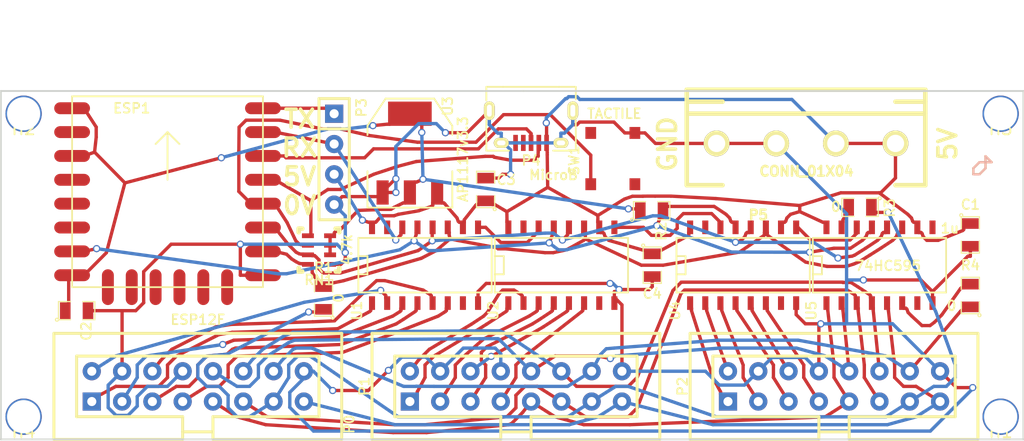
<source format=kicad_pcb>
(kicad_pcb (version 20171130) (host pcbnew "(5.1.12)-1")

  (general
    (thickness 1.6)
    (drawings 22)
    (tracks 985)
    (zones 0)
    (modules 26)
    (nets 42)
  )

  (page USLetter)
  (layers
    (0 F.Cu signal)
    (31 B.Cu signal)
    (32 B.Adhes user hide)
    (33 F.Adhes user hide)
    (34 B.Paste user hide)
    (35 F.Paste user hide)
    (36 B.SilkS user hide)
    (37 F.SilkS user hide)
    (38 B.Mask user hide)
    (39 F.Mask user hide)
    (40 Dwgs.User user hide)
    (41 Cmts.User user hide)
    (42 Eco1.User user hide)
    (43 Eco2.User user hide)
    (44 Edge.Cuts user)
    (45 Margin user hide)
    (46 B.CrtYd user hide)
    (47 F.CrtYd user hide)
    (48 B.Fab user hide)
    (49 F.Fab user hide)
  )

  (setup
    (last_trace_width 0.2794)
    (trace_clearance 0.254)
    (zone_clearance 0.508)
    (zone_45_only no)
    (trace_min 0.2)
    (via_size 0.6)
    (via_drill 0.4)
    (via_min_size 0.4)
    (via_min_drill 0.3)
    (uvia_size 0.3)
    (uvia_drill 0.1)
    (uvias_allowed no)
    (uvia_min_size 0)
    (uvia_min_drill 0)
    (edge_width 0.15)
    (segment_width 0.2)
    (pcb_text_width 0.3)
    (pcb_text_size 1.5 1.5)
    (mod_edge_width 0.15)
    (mod_text_size 0.8128 0.8128)
    (mod_text_width 0.15)
    (pad_size 3.048 3.048)
    (pad_drill 2.778125)
    (pad_to_mask_clearance 0.2)
    (aux_axis_origin 0 0)
    (visible_elements 7FFFFFFF)
    (pcbplotparams
      (layerselection 0x00030_80000001)
      (usegerberextensions false)
      (usegerberattributes true)
      (usegerberadvancedattributes true)
      (creategerberjobfile true)
      (excludeedgelayer true)
      (linewidth 0.100000)
      (plotframeref false)
      (viasonmask false)
      (mode 1)
      (useauxorigin false)
      (hpglpennumber 1)
      (hpglpenspeed 20)
      (hpglpendiameter 15.000000)
      (psnegative false)
      (psa4output false)
      (plotreference true)
      (plotvalue true)
      (plotinvisibletext false)
      (padsonsilk false)
      (subtractmaskfromsilk false)
      (outputformat 1)
      (mirror false)
      (drillshape 1)
      (scaleselection 1)
      (outputdirectory ""))
  )

  (net 0 "")
  (net 1 +5V)
  (net 2 GND)
  (net 3 +3V3)
  (net 4 OEX)
  (net 5 BCK)
  (net 6 WCK)
  (net 7 GPIO0)
  (net 8 D-)
  (net 9 SDI)
  (net 10 R0_0)
  (net 11 G0_0)
  (net 12 B0_0)
  (net 13 R1_0)
  (net 14 G1_0)
  (net 15 B1_0)
  (net 16 A)
  (net 17 B)
  (net 18 C)
  (net 19 D)
  (net 20 CLK)
  (net 21 STB)
  (net 22 OE)
  (net 23 R0_1)
  (net 24 G0_1)
  (net 25 B0_1)
  (net 26 R1_1)
  (net 27 G1_1)
  (net 28 B1_1)
  (net 29 R0_2)
  (net 30 G0_2)
  (net 31 B0_2)
  (net 32 R1_2)
  (net 33 G1_2)
  (net 34 B1_2)
  (net 35 ECLK)
  (net 36 ESTB)
  (net 37 D+)
  (net 38 TX)
  (net 39 SER1)
  (net 40 SER2)
  (net 41 SER3)

  (net_class Default "This is the default net class."
    (clearance 0.254)
    (trace_width 0.2794)
    (via_dia 0.6)
    (via_drill 0.4)
    (uvia_dia 0.3)
    (uvia_drill 0.1)
    (add_net +3V3)
    (add_net +5V)
    (add_net A)
    (add_net B)
    (add_net B0_0)
    (add_net B0_1)
    (add_net B0_2)
    (add_net B1_0)
    (add_net B1_1)
    (add_net B1_2)
    (add_net BCK)
    (add_net C)
    (add_net CLK)
    (add_net D)
    (add_net D+)
    (add_net D-)
    (add_net ECLK)
    (add_net ESTB)
    (add_net G0_0)
    (add_net G0_1)
    (add_net G0_2)
    (add_net G1_0)
    (add_net G1_1)
    (add_net G1_2)
    (add_net GND)
    (add_net GPIO0)
    (add_net OE)
    (add_net OEX)
    (add_net R0_0)
    (add_net R0_1)
    (add_net R0_2)
    (add_net R1_0)
    (add_net R1_1)
    (add_net R1_2)
    (add_net SDI)
    (add_net SER1)
    (add_net SER2)
    (add_net SER3)
    (add_net STB)
    (add_net TX)
    (add_net WCK)
  )

  (module SM0805 (layer F.Cu) (tedit 57D5F243) (tstamp 57E4A0A3)
    (at 151.13 88.9 270)
    (path /57D5E6F2)
    (attr smd)
    (fp_text reference C1 (at -2.54 0) (layer F.SilkS)
      (effects (font (size 0.8128 0.8128) (thickness 0.15)))
    )
    (fp_text value 1u (at -0.55 1.72) (layer F.SilkS)
      (effects (font (size 0.8128 0.8128) (thickness 0.15)))
    )
    (fp_line (start 1.524 0.762) (end 0.508 0.762) (layer F.SilkS) (width 0.09906))
    (fp_line (start 1.524 -0.762) (end 1.524 0.762) (layer F.SilkS) (width 0.09906))
    (fp_line (start 0.508 -0.762) (end 1.524 -0.762) (layer F.SilkS) (width 0.09906))
    (fp_line (start -1.524 -0.762) (end -0.508 -0.762) (layer F.SilkS) (width 0.09906))
    (fp_line (start -1.524 0.762) (end -1.524 -0.762) (layer F.SilkS) (width 0.09906))
    (fp_line (start -0.508 0.762) (end -1.524 0.762) (layer F.SilkS) (width 0.09906))
    (fp_circle (center -1.651 0.762) (end -1.651 0.635) (layer F.SilkS) (width 0.09906))
    (pad 1 smd rect (at -0.9525 0 270) (size 0.889 1.397) (layers F.Cu F.Paste F.Mask)
      (net 1 +5V))
    (pad 2 smd rect (at 0.9525 0 270) (size 0.889 1.397) (layers F.Cu F.Paste F.Mask)
      (net 2 GND))
    (model smd/chip_cms.wrl
      (at (xyz 0 0 0))
      (scale (xyz 0.1 0.1 0.1))
      (rotate (xyz 0 0 0))
    )
  )

  (module SM0805 (layer F.Cu) (tedit 57CB2219) (tstamp 57E4A0B0)
    (at 76.2 95.25)
    (path /57D5E729)
    (attr smd)
    (fp_text reference C2 (at 0.81 1.72 90) (layer F.SilkS)
      (effects (font (size 0.8128 0.8128) (thickness 0.15)))
    )
    (fp_text value 1u (at -0.55 1.72 90) (layer Eco2.User)
      (effects (font (size 0.8128 0.8128) (thickness 0.15)))
    )
    (fp_line (start 1.524 0.762) (end 0.508 0.762) (layer F.SilkS) (width 0.09906))
    (fp_line (start 1.524 -0.762) (end 1.524 0.762) (layer F.SilkS) (width 0.09906))
    (fp_line (start 0.508 -0.762) (end 1.524 -0.762) (layer F.SilkS) (width 0.09906))
    (fp_line (start -1.524 -0.762) (end -0.508 -0.762) (layer F.SilkS) (width 0.09906))
    (fp_line (start -1.524 0.762) (end -1.524 -0.762) (layer F.SilkS) (width 0.09906))
    (fp_line (start -0.508 0.762) (end -1.524 0.762) (layer F.SilkS) (width 0.09906))
    (fp_circle (center -1.651 0.762) (end -1.651 0.635) (layer F.SilkS) (width 0.09906))
    (pad 1 smd rect (at -0.9525 0) (size 0.889 1.397) (layers F.Cu F.Paste F.Mask)
      (net 3 +3V3))
    (pad 2 smd rect (at 0.9525 0) (size 0.889 1.397) (layers F.Cu F.Paste F.Mask)
      (net 2 GND))
    (model smd/chip_cms.wrl
      (at (xyz 0 0 0))
      (scale (xyz 0.1 0.1 0.1))
      (rotate (xyz 0 0 0))
    )
  )

  (module SM0805 (layer F.Cu) (tedit 57CB2219) (tstamp 57E4A0BD)
    (at 110.49 85.09 90)
    (path /57D608D8)
    (attr smd)
    (fp_text reference C3 (at 0.81 1.72 180) (layer F.SilkS)
      (effects (font (size 0.8128 0.8128) (thickness 0.15)))
    )
    (fp_text value 1u (at -0.55 1.72 180) (layer Eco2.User)
      (effects (font (size 0.8128 0.8128) (thickness 0.15)))
    )
    (fp_line (start 1.524 0.762) (end 0.508 0.762) (layer F.SilkS) (width 0.09906))
    (fp_line (start 1.524 -0.762) (end 1.524 0.762) (layer F.SilkS) (width 0.09906))
    (fp_line (start 0.508 -0.762) (end 1.524 -0.762) (layer F.SilkS) (width 0.09906))
    (fp_line (start -1.524 -0.762) (end -0.508 -0.762) (layer F.SilkS) (width 0.09906))
    (fp_line (start -1.524 0.762) (end -1.524 -0.762) (layer F.SilkS) (width 0.09906))
    (fp_line (start -0.508 0.762) (end -1.524 0.762) (layer F.SilkS) (width 0.09906))
    (fp_circle (center -1.651 0.762) (end -1.651 0.635) (layer F.SilkS) (width 0.09906))
    (pad 1 smd rect (at -0.9525 0 90) (size 0.889 1.397) (layers F.Cu F.Paste F.Mask)
      (net 1 +5V))
    (pad 2 smd rect (at 0.9525 0 90) (size 0.889 1.397) (layers F.Cu F.Paste F.Mask)
      (net 2 GND))
    (model smd/chip_cms.wrl
      (at (xyz 0 0 0))
      (scale (xyz 0.1 0.1 0.1))
      (rotate (xyz 0 0 0))
    )
  )

  (module SM0805 (layer F.Cu) (tedit 57CB2219) (tstamp 57E4A0CA)
    (at 124.46 91.44 270)
    (path /57D60972)
    (attr smd)
    (fp_text reference C4 (at 2.3876 0) (layer F.SilkS)
      (effects (font (size 0.8128 0.8128) (thickness 0.15)))
    )
    (fp_text value 1u (at -0.55 1.72) (layer Eco2.User)
      (effects (font (size 0.8128 0.8128) (thickness 0.15)))
    )
    (fp_line (start 1.524 0.762) (end 0.508 0.762) (layer F.SilkS) (width 0.09906))
    (fp_line (start 1.524 -0.762) (end 1.524 0.762) (layer F.SilkS) (width 0.09906))
    (fp_line (start 0.508 -0.762) (end 1.524 -0.762) (layer F.SilkS) (width 0.09906))
    (fp_line (start -1.524 -0.762) (end -0.508 -0.762) (layer F.SilkS) (width 0.09906))
    (fp_line (start -1.524 0.762) (end -1.524 -0.762) (layer F.SilkS) (width 0.09906))
    (fp_line (start -0.508 0.762) (end -1.524 0.762) (layer F.SilkS) (width 0.09906))
    (fp_circle (center -1.651 0.762) (end -1.651 0.635) (layer F.SilkS) (width 0.09906))
    (pad 1 smd rect (at -0.9525 0 270) (size 0.889 1.397) (layers F.Cu F.Paste F.Mask)
      (net 1 +5V))
    (pad 2 smd rect (at 0.9525 0 270) (size 0.889 1.397) (layers F.Cu F.Paste F.Mask)
      (net 2 GND))
    (model smd/chip_cms.wrl
      (at (xyz 0 0 0))
      (scale (xyz 0.1 0.1 0.1))
      (rotate (xyz 0 0 0))
    )
  )

  (module ESP12E (layer F.Cu) (tedit 0) (tstamp 57E4A0EE)
    (at 83.82 81.28)
    (path /57D5E258)
    (fp_text reference ESP1 (at -3 -3) (layer F.SilkS)
      (effects (font (size 0.8128 0.8128) (thickness 0.15)))
    )
    (fp_text value ESP12F (at 2.54 14.732) (layer F.SilkS)
      (effects (font (size 0.8128 0.8128) (thickness 0.15)))
    )
    (fp_line (start 8 12) (end 8 -12) (layer Dwgs.User) (width 0.15))
    (fp_line (start -8 12) (end 8 12) (layer F.SilkS) (width 0.15))
    (fp_line (start -8 -12) (end -8 12) (layer Dwgs.User) (width 0.15))
    (fp_line (start 8 -12) (end -8 -12) (layer Dwgs.User) (width 0.15))
    (fp_line (start 8 -4) (end 8 12) (layer F.SilkS) (width 0.15))
    (fp_line (start -8 -4) (end 8 -4) (layer F.SilkS) (width 0.15))
    (fp_line (start -8 12) (end -8 -4) (layer F.SilkS) (width 0.15))
    (fp_line (start 0 -1) (end 0 3) (layer F.SilkS) (width 0.15))
    (fp_line (start 0 -1) (end 1 0) (layer F.SilkS) (width 0.15))
    (fp_line (start 0 -1) (end -1 0) (layer F.SilkS) (width 0.15))
    (pad 1 smd oval (at -8 -3) (size 3 1) (layers F.Cu F.Paste F.Mask)
      (net 3 +3V3))
    (pad 2 smd oval (at -8 -1) (size 3 1) (layers F.Cu F.Paste F.Mask))
    (pad 3 smd oval (at -8 1) (size 3 1) (layers F.Cu F.Paste F.Mask)
      (net 3 +3V3))
    (pad 4 smd oval (at -8 3) (size 3 1) (layers F.Cu F.Paste F.Mask))
    (pad 5 smd oval (at -8 5) (size 3 1) (layers F.Cu F.Paste F.Mask))
    (pad 6 smd oval (at -8 7) (size 3 1) (layers F.Cu F.Paste F.Mask))
    (pad 7 smd oval (at -8 9) (size 3 1) (layers F.Cu F.Paste F.Mask)
      (net 4 OEX))
    (pad 8 smd oval (at -8 11) (size 3 1) (layers F.Cu F.Paste F.Mask)
      (net 3 +3V3))
    (pad 9 smd oval (at -5 12 90) (size 3 1) (layers F.Cu F.Paste F.Mask))
    (pad 10 smd oval (at -3 12 90) (size 3 1) (layers F.Cu F.Paste F.Mask))
    (pad 11 smd oval (at -1 12 90) (size 3 1) (layers F.Cu F.Paste F.Mask))
    (pad 12 smd oval (at 1 12 90) (size 3 1) (layers F.Cu F.Paste F.Mask))
    (pad 13 smd oval (at 3 12 90) (size 3 1) (layers F.Cu F.Paste F.Mask))
    (pad 14 smd oval (at 5 12 90) (size 3 1) (layers F.Cu F.Paste F.Mask))
    (pad 15 smd oval (at 8 11 180) (size 3 1) (layers F.Cu F.Paste F.Mask)
      (net 2 GND))
    (pad 16 smd oval (at 8 9 180) (size 3 1) (layers F.Cu F.Paste F.Mask)
      (net 5 BCK))
    (pad 17 smd oval (at 8 7 180) (size 3 1) (layers F.Cu F.Paste F.Mask)
      (net 6 WCK))
    (pad 18 smd oval (at 8 5 180) (size 3 1) (layers F.Cu F.Paste F.Mask)
      (net 7 GPIO0))
    (pad 19 smd oval (at 8 3 180) (size 3 1) (layers F.Cu F.Paste F.Mask)
      (net 8 D-))
    (pad 20 smd oval (at 8 1 180) (size 3 1) (layers F.Cu F.Paste F.Mask)
      (net 37 D+))
    (pad 21 smd oval (at 8 -1 180) (size 3 1) (layers F.Cu F.Paste F.Mask)
      (net 9 SDI))
    (pad 22 smd oval (at 8 -3 180) (size 3 1) (layers F.Cu F.Paste F.Mask)
      (net 38 TX))
  )

  (module SM0805 (layer F.Cu) (tedit 57D5F1CF) (tstamp 57E4A164)
    (at 96.9013 94.1857 90)
    (path /57D60C7E)
    (attr smd)
    (fp_text reference R1 (at 2.54 0 180) (layer F.SilkS)
      (effects (font (size 0.8128 0.8128) (thickness 0.15)))
    )
    (fp_text value 0 (at 0 1.27 270) (layer F.SilkS)
      (effects (font (size 0.8128 0.8128) (thickness 0.15)))
    )
    (fp_line (start 1.524 0.762) (end 0.508 0.762) (layer F.SilkS) (width 0.09906))
    (fp_line (start 1.524 -0.762) (end 1.524 0.762) (layer F.SilkS) (width 0.09906))
    (fp_line (start 0.508 -0.762) (end 1.524 -0.762) (layer F.SilkS) (width 0.09906))
    (fp_line (start -1.524 -0.762) (end -0.508 -0.762) (layer F.SilkS) (width 0.09906))
    (fp_line (start -1.524 0.762) (end -1.524 -0.762) (layer F.SilkS) (width 0.09906))
    (fp_line (start -0.508 0.762) (end -1.524 0.762) (layer F.SilkS) (width 0.09906))
    (fp_circle (center -1.651 0.762) (end -1.651 0.635) (layer F.SilkS) (width 0.09906))
    (pad 1 smd rect (at -0.9525 0 90) (size 0.889 1.397) (layers F.Cu F.Paste F.Mask)
      (net 20 CLK))
    (pad 2 smd rect (at 0.9525 0 90) (size 0.889 1.397) (layers F.Cu F.Paste F.Mask)
      (net 5 BCK))
    (model smd/chip_cms.wrl
      (at (xyz 0 0 0))
      (scale (xyz 0.1 0.1 0.1))
      (rotate (xyz 0 0 0))
    )
  )

  (module SM0805 (layer F.Cu) (tedit 57CB2219) (tstamp 57E4A171)
    (at 124.409 86.868)
    (path /57D6254F)
    (attr smd)
    (fp_text reference R2 (at 0.81 1.72 90) (layer F.SilkS)
      (effects (font (size 0.8128 0.8128) (thickness 0.15)))
    )
    (fp_text value 10k (at -0.55 1.72 90) (layer Eco2.User)
      (effects (font (size 0.8128 0.8128) (thickness 0.15)))
    )
    (fp_line (start 1.524 0.762) (end 0.508 0.762) (layer F.SilkS) (width 0.09906))
    (fp_line (start 1.524 -0.762) (end 1.524 0.762) (layer F.SilkS) (width 0.09906))
    (fp_line (start 0.508 -0.762) (end 1.524 -0.762) (layer F.SilkS) (width 0.09906))
    (fp_line (start -1.524 -0.762) (end -0.508 -0.762) (layer F.SilkS) (width 0.09906))
    (fp_line (start -1.524 0.762) (end -1.524 -0.762) (layer F.SilkS) (width 0.09906))
    (fp_line (start -0.508 0.762) (end -1.524 0.762) (layer F.SilkS) (width 0.09906))
    (fp_circle (center -1.651 0.762) (end -1.651 0.635) (layer F.SilkS) (width 0.09906))
    (pad 1 smd rect (at -0.9525 0) (size 0.889 1.397) (layers F.Cu F.Paste F.Mask)
      (net 3 +3V3))
    (pad 2 smd rect (at 0.9525 0) (size 0.889 1.397) (layers F.Cu F.Paste F.Mask)
      (net 4 OEX))
    (model smd/chip_cms.wrl
      (at (xyz 0 0 0))
      (scale (xyz 0.1 0.1 0.1))
      (rotate (xyz 0 0 0))
    )
  )

  (module SM0805 (layer F.Cu) (tedit 57D5F23C) (tstamp 57E4A17E)
    (at 141.881 86.5897 180)
    (path /57D63079)
    (attr smd)
    (fp_text reference R3 (at -2.4892 -0.0508 270) (layer F.SilkS)
      (effects (font (size 0.8128 0.8128) (thickness 0.15)))
    )
    (fp_text value 0 (at 2.032 0.0508) (layer F.SilkS)
      (effects (font (size 0.8128 0.8128) (thickness 0.15)))
    )
    (fp_line (start 1.524 0.762) (end 0.508 0.762) (layer F.SilkS) (width 0.09906))
    (fp_line (start 1.524 -0.762) (end 1.524 0.762) (layer F.SilkS) (width 0.09906))
    (fp_line (start 0.508 -0.762) (end 1.524 -0.762) (layer F.SilkS) (width 0.09906))
    (fp_line (start -1.524 -0.762) (end -0.508 -0.762) (layer F.SilkS) (width 0.09906))
    (fp_line (start -1.524 0.762) (end -1.524 -0.762) (layer F.SilkS) (width 0.09906))
    (fp_line (start -0.508 0.762) (end -1.524 0.762) (layer F.SilkS) (width 0.09906))
    (fp_circle (center -1.651 0.762) (end -1.651 0.635) (layer F.SilkS) (width 0.09906))
    (pad 1 smd rect (at -0.9525 0 180) (size 0.889 1.397) (layers F.Cu F.Paste F.Mask)
      (net 20 CLK))
    (pad 2 smd rect (at 0.9525 0 180) (size 0.889 1.397) (layers F.Cu F.Paste F.Mask)
      (net 35 ECLK))
    (model smd/chip_cms.wrl
      (at (xyz 0 0 0))
      (scale (xyz 0.1 0.1 0.1))
      (rotate (xyz 0 0 0))
    )
  )

  (module SM0805 (layer F.Cu) (tedit 57D5F254) (tstamp 57E4A18B)
    (at 151.13 93.98 90)
    (path /57D631D2)
    (attr smd)
    (fp_text reference R4 (at 2.54 0 180) (layer F.SilkS)
      (effects (font (size 0.8128 0.8128) (thickness 0.15)))
    )
    (fp_text value 0 (at -0.8636 -1.5748 180) (layer F.SilkS)
      (effects (font (size 0.8128 0.8128) (thickness 0.15)))
    )
    (fp_line (start 1.524 0.762) (end 0.508 0.762) (layer F.SilkS) (width 0.09906))
    (fp_line (start 1.524 -0.762) (end 1.524 0.762) (layer F.SilkS) (width 0.09906))
    (fp_line (start 0.508 -0.762) (end 1.524 -0.762) (layer F.SilkS) (width 0.09906))
    (fp_line (start -1.524 -0.762) (end -0.508 -0.762) (layer F.SilkS) (width 0.09906))
    (fp_line (start -1.524 0.762) (end -1.524 -0.762) (layer F.SilkS) (width 0.09906))
    (fp_line (start -0.508 0.762) (end -1.524 0.762) (layer F.SilkS) (width 0.09906))
    (fp_circle (center -1.651 0.762) (end -1.651 0.635) (layer F.SilkS) (width 0.09906))
    (pad 1 smd rect (at -0.9525 0 90) (size 0.889 1.397) (layers F.Cu F.Paste F.Mask)
      (net 21 STB))
    (pad 2 smd rect (at 0.9525 0 90) (size 0.889 1.397) (layers F.Cu F.Paste F.Mask)
      (net 36 ESTB))
    (model smd/chip_cms.wrl
      (at (xyz 0 0 0))
      (scale (xyz 0.1 0.1 0.1))
      (rotate (xyz 0 0 0))
    )
  )

  (module NETWORK1206 (layer F.Cu) (tedit 0) (tstamp 57E4A19F)
    (at 96.52 90.17 270)
    (path /57D5F73E)
    (fp_text reference RN1 (at 2.5 0) (layer F.SilkS)
      (effects (font (size 0.8128 0.8128) (thickness 0.15)))
    )
    (fp_text value 4.7k (at -0.033 -2.356 270) (layer F.SilkS)
      (effects (font (size 0.8128 0.8128) (thickness 0.15)))
    )
    (fp_line (start -1.8 1.7) (end -1.5 1.7) (layer F.SilkS) (width 0.381))
    (fp_line (start -1.8 1.4) (end -1.8 1.7) (layer F.SilkS) (width 0.381))
    (fp_line (start 1.8 -1.7) (end 1.8 -1.4) (layer F.SilkS) (width 0.381))
    (fp_line (start 1.5 -1.7) (end 1.8 -1.7) (layer F.SilkS) (width 0.381))
    (fp_line (start -1.8 -1.7) (end -1.5 -1.7) (layer F.SilkS) (width 0.381))
    (fp_line (start -1.8 -1.4) (end -1.8 -1.7) (layer F.SilkS) (width 0.381))
    (fp_line (start 1.8 1.7) (end 1.5 1.7) (layer F.SilkS) (width 0.381))
    (fp_line (start 1.8 1.4) (end 1.8 1.7) (layer F.SilkS) (width 0.381))
    (pad 1 smd rect (at -1.2 0.93 270) (size 0.4 1) (layers F.Cu F.Paste F.Mask)
      (net 8 D-))
    (pad 2 smd rect (at -0.4 0.93 270) (size 0.4 1) (layers F.Cu F.Paste F.Mask)
      (net 7 GPIO0))
    (pad 3 smd rect (at 0.4 0.93 270) (size 0.4 1) (layers F.Cu F.Paste F.Mask)
      (net 6 WCK))
    (pad 4 smd rect (at 1.2 0.93 270) (size 0.4 1) (layers F.Cu F.Paste F.Mask)
      (net 5 BCK))
    (pad 5 smd rect (at 1.2 -0.93 270) (size 0.4 1) (layers F.Cu F.Paste F.Mask)
      (net 2 GND))
    (pad 6 smd rect (at 0.4 -0.93 270) (size 0.4 1) (layers F.Cu F.Paste F.Mask)
      (net 3 +3V3))
    (pad 7 smd rect (at -0.4 -0.93 270) (size 0.4 1) (layers F.Cu F.Paste F.Mask)
      (net 3 +3V3))
    (pad 8 smd rect (at -1.2 -0.93 270) (size 0.4 1) (layers F.Cu F.Paste F.Mask)
      (net 3 +3V3))
  )

  (module TACTILE (layer F.Cu) (tedit 0) (tstamp 57E4A1A7)
    (at 121.203 82.55 90)
    (path /57D5F951)
    (fp_text reference SW1 (at -0.1 -3.3 90) (layer F.SilkS)
      (effects (font (size 0.8128 0.8128) (thickness 0.15)))
    )
    (fp_text value TACTILE (at 3.81 0.0819 180) (layer F.SilkS)
      (effects (font (size 0.8128 0.8128) (thickness 0.15)))
    )
    (pad 1 smd rect (at -2.1 -1.9 90) (size 1 0.9) (layers F.Cu F.Paste F.Mask)
      (net 7 GPIO0))
    (pad 2 smd rect (at 2.2 -1.9 90) (size 1 0.9) (layers F.Cu F.Paste F.Mask))
    (pad 3 smd rect (at -2.1 1.8 90) (size 1 0.9) (layers F.Cu F.Paste F.Mask))
    (pad 4 smd rect (at 2.2 1.8 90) (size 1 0.9) (layers F.Cu F.Paste F.Mask)
      (net 2 GND))
  )

  (module SO-16-N (layer F.Cu) (tedit 0) (tstamp 57E4A1C2)
    (at 105.41 91.44)
    (descr "Module CMS SOJ 16 pins large")
    (tags "CMS SOJ")
    (path /57D5ECFA)
    (attr smd)
    (fp_text reference U1 (at -5.715 3.81 90) (layer F.SilkS)
      (effects (font (size 0.8128 0.8128) (thickness 0.15)))
    )
    (fp_text value 74HC595 (at 0 1.27) (layer F.Fab)
      (effects (font (size 0.8128 0.8128) (thickness 0.15)))
    )
    (fp_line (start -5.588 -2.286) (end 5.588 -2.286) (layer F.SilkS) (width 0.15))
    (fp_line (start -5.588 2.286) (end -5.588 -2.286) (layer F.SilkS) (width 0.15))
    (fp_line (start 5.588 2.286) (end -5.588 2.286) (layer F.SilkS) (width 0.15))
    (fp_line (start 5.588 -2.286) (end 5.588 2.286) (layer F.SilkS) (width 0.15))
    (fp_line (start -4.826 0.762) (end -5.588 0.762) (layer F.SilkS) (width 0.15))
    (fp_line (start -4.826 -0.762) (end -4.826 0.762) (layer F.SilkS) (width 0.15))
    (fp_line (start -5.588 -0.762) (end -4.826 -0.762) (layer F.SilkS) (width 0.15))
    (pad 16 smd rect (at -4.445 -3.175) (size 0.508 1.143) (layers F.Cu F.Paste F.Mask)
      (net 1 +5V))
    (pad 14 smd rect (at -1.905 -3.175) (size 0.508 1.143) (layers F.Cu F.Paste F.Mask)
      (net 9 SDI))
    (pad 13 smd rect (at -0.635 -3.175) (size 0.508 1.143) (layers F.Cu F.Paste F.Mask)
      (net 4 OEX))
    (pad 12 smd rect (at 0.635 -3.175) (size 0.508 1.143) (layers F.Cu F.Paste F.Mask)
      (net 6 WCK))
    (pad 11 smd rect (at 1.905 -3.175) (size 0.508 1.143) (layers F.Cu F.Paste F.Mask)
      (net 5 BCK))
    (pad 10 smd rect (at 3.175 -3.175) (size 0.508 1.143) (layers F.Cu F.Paste F.Mask)
      (net 1 +5V))
    (pad 9 smd rect (at 4.445 -3.175) (size 0.508 1.143) (layers F.Cu F.Paste F.Mask)
      (net 39 SER1))
    (pad 8 smd rect (at 4.445 3.175) (size 0.508 1.143) (layers F.Cu F.Paste F.Mask)
      (net 2 GND))
    (pad 7 smd rect (at 3.175 3.175) (size 0.508 1.143) (layers F.Cu F.Paste F.Mask))
    (pad 6 smd rect (at 1.905 3.175) (size 0.508 1.143) (layers F.Cu F.Paste F.Mask)
      (net 15 B1_0))
    (pad 5 smd rect (at 0.635 3.175) (size 0.508 1.143) (layers F.Cu F.Paste F.Mask)
      (net 14 G1_0))
    (pad 4 smd rect (at -0.635 3.175) (size 0.508 1.143) (layers F.Cu F.Paste F.Mask)
      (net 13 R1_0))
    (pad 3 smd rect (at -1.905 3.175) (size 0.508 1.143) (layers F.Cu F.Paste F.Mask)
      (net 12 B0_0))
    (pad 2 smd rect (at -3.175 3.175) (size 0.508 1.143) (layers F.Cu F.Paste F.Mask)
      (net 11 G0_0))
    (pad 1 smd rect (at -4.445 3.175) (size 0.508 1.143) (layers F.Cu F.Paste F.Mask)
      (net 10 R0_0))
    (pad 15 smd rect (at -3.175 -3.175) (size 0.508 1.143) (layers F.Cu F.Paste F.Mask))
    (model SMD_Packages.3dshapes/SO-16-N.wrl
      (at (xyz 0 0 0))
      (scale (xyz 0.5 0.4 0.5))
      (rotate (xyz 0 0 0))
    )
  )

  (module SO-16-N (layer F.Cu) (tedit 0) (tstamp 57E4A1DD)
    (at 116.84 91.44)
    (descr "Module CMS SOJ 16 pins large")
    (tags "CMS SOJ")
    (path /57D5F0EC)
    (attr smd)
    (fp_text reference U2 (at -5.715 3.81 90) (layer F.SilkS)
      (effects (font (size 0.8128 0.8128) (thickness 0.15)))
    )
    (fp_text value 74HC595 (at 0 1.27) (layer F.Fab)
      (effects (font (size 0.8128 0.8128) (thickness 0.15)))
    )
    (fp_line (start -5.588 -2.286) (end 5.588 -2.286) (layer F.SilkS) (width 0.15))
    (fp_line (start -5.588 2.286) (end -5.588 -2.286) (layer F.SilkS) (width 0.15))
    (fp_line (start 5.588 2.286) (end -5.588 2.286) (layer F.SilkS) (width 0.15))
    (fp_line (start 5.588 -2.286) (end 5.588 2.286) (layer F.SilkS) (width 0.15))
    (fp_line (start -4.826 0.762) (end -5.588 0.762) (layer F.SilkS) (width 0.15))
    (fp_line (start -4.826 -0.762) (end -4.826 0.762) (layer F.SilkS) (width 0.15))
    (fp_line (start -5.588 -0.762) (end -4.826 -0.762) (layer F.SilkS) (width 0.15))
    (pad 16 smd rect (at -4.445 -3.175) (size 0.508 1.143) (layers F.Cu F.Paste F.Mask)
      (net 1 +5V))
    (pad 14 smd rect (at -1.905 -3.175) (size 0.508 1.143) (layers F.Cu F.Paste F.Mask)
      (net 39 SER1))
    (pad 13 smd rect (at -0.635 -3.175) (size 0.508 1.143) (layers F.Cu F.Paste F.Mask)
      (net 4 OEX))
    (pad 12 smd rect (at 0.635 -3.175) (size 0.508 1.143) (layers F.Cu F.Paste F.Mask)
      (net 6 WCK))
    (pad 11 smd rect (at 1.905 -3.175) (size 0.508 1.143) (layers F.Cu F.Paste F.Mask)
      (net 5 BCK))
    (pad 10 smd rect (at 3.175 -3.175) (size 0.508 1.143) (layers F.Cu F.Paste F.Mask)
      (net 1 +5V))
    (pad 9 smd rect (at 4.445 -3.175) (size 0.508 1.143) (layers F.Cu F.Paste F.Mask)
      (net 40 SER2))
    (pad 8 smd rect (at 4.445 3.175) (size 0.508 1.143) (layers F.Cu F.Paste F.Mask)
      (net 2 GND))
    (pad 7 smd rect (at 3.175 3.175) (size 0.508 1.143) (layers F.Cu F.Paste F.Mask))
    (pad 6 smd rect (at 1.905 3.175) (size 0.508 1.143) (layers F.Cu F.Paste F.Mask)
      (net 28 B1_1))
    (pad 5 smd rect (at 0.635 3.175) (size 0.508 1.143) (layers F.Cu F.Paste F.Mask)
      (net 27 G1_1))
    (pad 4 smd rect (at -0.635 3.175) (size 0.508 1.143) (layers F.Cu F.Paste F.Mask)
      (net 26 R1_1))
    (pad 3 smd rect (at -1.905 3.175) (size 0.508 1.143) (layers F.Cu F.Paste F.Mask)
      (net 25 B0_1))
    (pad 2 smd rect (at -3.175 3.175) (size 0.508 1.143) (layers F.Cu F.Paste F.Mask)
      (net 24 G0_1))
    (pad 1 smd rect (at -4.445 3.175) (size 0.508 1.143) (layers F.Cu F.Paste F.Mask)
      (net 23 R0_1))
    (pad 15 smd rect (at -3.175 -3.175) (size 0.508 1.143) (layers F.Cu F.Paste F.Mask))
    (model SMD_Packages.3dshapes/SO-16-N.wrl
      (at (xyz 0 0 0))
      (scale (xyz 0.5 0.4 0.5))
      (rotate (xyz 0 0 0))
    )
  )

  (module SO-16-N (layer F.Cu) (tedit 0) (tstamp 57E4A1F8)
    (at 132.08 91.44)
    (descr "Module CMS SOJ 16 pins large")
    (tags "CMS SOJ")
    (path /57D5F1B3)
    (attr smd)
    (fp_text reference U4 (at -5.715 3.81 90) (layer F.SilkS)
      (effects (font (size 0.8128 0.8128) (thickness 0.15)))
    )
    (fp_text value 74HC595 (at 0 1.27) (layer F.Fab)
      (effects (font (size 0.8128 0.8128) (thickness 0.15)))
    )
    (fp_line (start -5.588 -2.286) (end 5.588 -2.286) (layer F.SilkS) (width 0.15))
    (fp_line (start -5.588 2.286) (end -5.588 -2.286) (layer F.SilkS) (width 0.15))
    (fp_line (start 5.588 2.286) (end -5.588 2.286) (layer F.SilkS) (width 0.15))
    (fp_line (start 5.588 -2.286) (end 5.588 2.286) (layer F.SilkS) (width 0.15))
    (fp_line (start -4.826 0.762) (end -5.588 0.762) (layer F.SilkS) (width 0.15))
    (fp_line (start -4.826 -0.762) (end -4.826 0.762) (layer F.SilkS) (width 0.15))
    (fp_line (start -5.588 -0.762) (end -4.826 -0.762) (layer F.SilkS) (width 0.15))
    (pad 16 smd rect (at -4.445 -3.175) (size 0.508 1.143) (layers F.Cu F.Paste F.Mask)
      (net 1 +5V))
    (pad 14 smd rect (at -1.905 -3.175) (size 0.508 1.143) (layers F.Cu F.Paste F.Mask)
      (net 40 SER2))
    (pad 13 smd rect (at -0.635 -3.175) (size 0.508 1.143) (layers F.Cu F.Paste F.Mask)
      (net 4 OEX))
    (pad 12 smd rect (at 0.635 -3.175) (size 0.508 1.143) (layers F.Cu F.Paste F.Mask)
      (net 6 WCK))
    (pad 11 smd rect (at 1.905 -3.175) (size 0.508 1.143) (layers F.Cu F.Paste F.Mask)
      (net 5 BCK))
    (pad 10 smd rect (at 3.175 -3.175) (size 0.508 1.143) (layers F.Cu F.Paste F.Mask)
      (net 1 +5V))
    (pad 9 smd rect (at 4.445 -3.175) (size 0.508 1.143) (layers F.Cu F.Paste F.Mask)
      (net 41 SER3))
    (pad 8 smd rect (at 4.445 3.175) (size 0.508 1.143) (layers F.Cu F.Paste F.Mask)
      (net 2 GND))
    (pad 7 smd rect (at 3.175 3.175) (size 0.508 1.143) (layers F.Cu F.Paste F.Mask))
    (pad 6 smd rect (at 1.905 3.175) (size 0.508 1.143) (layers F.Cu F.Paste F.Mask)
      (net 34 B1_2))
    (pad 5 smd rect (at 0.635 3.175) (size 0.508 1.143) (layers F.Cu F.Paste F.Mask)
      (net 33 G1_2))
    (pad 4 smd rect (at -0.635 3.175) (size 0.508 1.143) (layers F.Cu F.Paste F.Mask)
      (net 32 R1_2))
    (pad 3 smd rect (at -1.905 3.175) (size 0.508 1.143) (layers F.Cu F.Paste F.Mask)
      (net 31 B0_2))
    (pad 2 smd rect (at -3.175 3.175) (size 0.508 1.143) (layers F.Cu F.Paste F.Mask)
      (net 30 G0_2))
    (pad 1 smd rect (at -4.445 3.175) (size 0.508 1.143) (layers F.Cu F.Paste F.Mask)
      (net 29 R0_2))
    (pad 15 smd rect (at -3.175 -3.175) (size 0.508 1.143) (layers F.Cu F.Paste F.Mask))
    (model SMD_Packages.3dshapes/SO-16-N.wrl
      (at (xyz 0 0 0))
      (scale (xyz 0.5 0.4 0.5))
      (rotate (xyz 0 0 0))
    )
  )

  (module SO-16-N (layer F.Cu) (tedit 57D5F24B) (tstamp 57E4A213)
    (at 143.51 91.44)
    (descr "Module CMS SOJ 16 pins large")
    (tags "CMS SOJ")
    (path /57D5F26C)
    (attr smd)
    (fp_text reference U5 (at -5.715 3.81 90) (layer F.SilkS)
      (effects (font (size 0.8128 0.8128) (thickness 0.15)))
    )
    (fp_text value 74HC595 (at 0.7112 0.0508) (layer F.SilkS)
      (effects (font (size 0.8128 0.8128) (thickness 0.15)))
    )
    (fp_line (start -5.588 -2.286) (end 5.588 -2.286) (layer F.SilkS) (width 0.15))
    (fp_line (start -5.588 2.286) (end -5.588 -2.286) (layer F.SilkS) (width 0.15))
    (fp_line (start 5.588 2.286) (end -5.588 2.286) (layer F.SilkS) (width 0.15))
    (fp_line (start 5.588 -2.286) (end 5.588 2.286) (layer F.SilkS) (width 0.15))
    (fp_line (start -4.826 0.762) (end -5.588 0.762) (layer F.SilkS) (width 0.15))
    (fp_line (start -4.826 -0.762) (end -4.826 0.762) (layer F.SilkS) (width 0.15))
    (fp_line (start -5.588 -0.762) (end -4.826 -0.762) (layer F.SilkS) (width 0.15))
    (pad 16 smd rect (at -4.445 -3.175) (size 0.508 1.143) (layers F.Cu F.Paste F.Mask)
      (net 1 +5V))
    (pad 14 smd rect (at -1.905 -3.175) (size 0.508 1.143) (layers F.Cu F.Paste F.Mask)
      (net 41 SER3))
    (pad 13 smd rect (at -0.635 -3.175) (size 0.508 1.143) (layers F.Cu F.Paste F.Mask)
      (net 4 OEX))
    (pad 12 smd rect (at 0.635 -3.175) (size 0.508 1.143) (layers F.Cu F.Paste F.Mask)
      (net 6 WCK))
    (pad 11 smd rect (at 1.905 -3.175) (size 0.508 1.143) (layers F.Cu F.Paste F.Mask)
      (net 5 BCK))
    (pad 10 smd rect (at 3.175 -3.175) (size 0.508 1.143) (layers F.Cu F.Paste F.Mask)
      (net 1 +5V))
    (pad 9 smd rect (at 4.445 -3.175) (size 0.508 1.143) (layers F.Cu F.Paste F.Mask))
    (pad 8 smd rect (at 4.445 3.175) (size 0.508 1.143) (layers F.Cu F.Paste F.Mask)
      (net 2 GND))
    (pad 7 smd rect (at 3.175 3.175) (size 0.508 1.143) (layers F.Cu F.Paste F.Mask))
    (pad 6 smd rect (at 1.905 3.175) (size 0.508 1.143) (layers F.Cu F.Paste F.Mask)
      (net 36 ESTB))
    (pad 5 smd rect (at 0.635 3.175) (size 0.508 1.143) (layers F.Cu F.Paste F.Mask)
      (net 22 OE))
    (pad 4 smd rect (at -0.635 3.175) (size 0.508 1.143) (layers F.Cu F.Paste F.Mask)
      (net 19 D))
    (pad 3 smd rect (at -1.905 3.175) (size 0.508 1.143) (layers F.Cu F.Paste F.Mask)
      (net 18 C))
    (pad 2 smd rect (at -3.175 3.175) (size 0.508 1.143) (layers F.Cu F.Paste F.Mask)
      (net 17 B))
    (pad 1 smd rect (at -4.445 3.175) (size 0.508 1.143) (layers F.Cu F.Paste F.Mask)
      (net 16 A))
    (pad 15 smd rect (at -3.175 -3.175) (size 0.508 1.143) (layers F.Cu F.Paste F.Mask)
      (net 35 ECLK))
    (model SMD_Packages.3dshapes/SO-16-N.wrl
      (at (xyz 0 0 0))
      (scale (xyz 0.5 0.4 0.5))
      (rotate (xyz 0 0 0))
    )
  )

  (module SOT-223 (layer F.Cu) (tedit 57D5F1E4) (tstamp 57E4A331)
    (at 104.14 82.042)
    (descr "module CMS SOT223 4 pins")
    (tags "CMS SOT")
    (path /57D5E3F4)
    (attr smd)
    (fp_text reference U3 (at 3.175 -3.937 90) (layer F.SilkS)
      (effects (font (size 0.8128 0.8128) (thickness 0.15)))
    )
    (fp_text value AP1117v3.3 (at 4.445 0.508 90) (layer F.SilkS)
      (effects (font (size 0.8128 0.8128) (thickness 0.15)))
    )
    (fp_line (start 3.556 -2.286) (end 3.556 -1.524) (layer F.SilkS) (width 0.15))
    (fp_line (start 2.032 -4.572) (end 3.556 -2.286) (layer F.SilkS) (width 0.15))
    (fp_line (start -2.032 -4.572) (end 2.032 -4.572) (layer F.SilkS) (width 0.15))
    (fp_line (start -3.556 -2.286) (end -2.032 -4.572) (layer F.SilkS) (width 0.15))
    (fp_line (start -3.556 -1.524) (end -3.556 -2.286) (layer F.SilkS) (width 0.15))
    (fp_line (start 3.556 4.572) (end 3.556 1.524) (layer F.SilkS) (width 0.15))
    (fp_line (start -3.556 4.572) (end 3.556 4.572) (layer F.SilkS) (width 0.15))
    (fp_line (start -3.556 1.524) (end -3.556 4.572) (layer F.SilkS) (width 0.15))
    (pad 4 smd rect (at 0 -3.302) (size 3.6576 2.032) (layers F.Cu F.Paste F.Mask)
      (net 3 +3V3))
    (pad 2 smd rect (at 0 3.302) (size 1.016 2.032) (layers F.Cu F.Paste F.Mask)
      (net 3 +3V3))
    (pad 3 smd rect (at 2.286 3.302) (size 1.016 2.032) (layers F.Cu F.Paste F.Mask)
      (net 1 +5V))
    (pad 1 smd rect (at -2.286 3.302) (size 1.016 2.032) (layers F.Cu F.Paste F.Mask)
      (net 2 GND))
    (model TO_SOT_Packages_SMD.3dshapes/SOT-223.wrl
      (at (xyz 0 0 0))
      (scale (xyz 0.4 0.4 0.4))
      (rotate (xyz 0 0 0))
    )
  )

  (module RECT_20x2 (layer F.Cu) (tedit 57D5ECB1) (tstamp 57E4A4AC)
    (at 86.36 101.6)
    (path /57D5DFF1)
    (fp_text reference P0 (at 12.7 3.175 270) (layer F.SilkS)
      (effects (font (size 0.8128 0.8128) (thickness 0.15)))
    )
    (fp_text value RGB_OUT (at 12.7 0 90) (layer F.Fab)
      (effects (font (size 0.8128 0.8128) (thickness 0.15)))
    )
    (fp_line (start -10.16 2.54) (end -10.16 -2.54) (layer F.SilkS) (width 0.25))
    (fp_line (start -10.16 -2.54) (end 10.16 -2.54) (layer F.SilkS) (width 0.25))
    (fp_line (start 10.16 -2.54) (end 10.16 2.54) (layer F.SilkS) (width 0.25))
    (fp_line (start 10.16 2.54) (end 1.27 2.54) (layer F.SilkS) (width 0.25))
    (fp_line (start -1.27 2.54) (end -10.16 2.54) (layer F.SilkS) (width 0.25))
    (fp_line (start -1.27 2.54) (end -1.27 3.81) (layer F.SilkS) (width 0.25))
    (fp_line (start 1.27 3.81) (end 1.27 2.54) (layer F.SilkS) (width 0.25))
    (fp_line (start 1.27 3.81) (end 1.27 4.445) (layer F.SilkS) (width 0.25))
    (fp_line (start 1.27 4.445) (end 12.065 4.445) (layer F.SilkS) (width 0.25))
    (fp_line (start 12.065 4.445) (end 12.065 -4.445) (layer F.SilkS) (width 0.25))
    (fp_line (start 12.065 -4.445) (end -12.065 -4.445) (layer F.SilkS) (width 0.25))
    (fp_line (start -12.065 -4.445) (end -12.065 4.445) (layer F.SilkS) (width 0.25))
    (fp_line (start -12.065 4.445) (end -1.27 4.445) (layer F.SilkS) (width 0.25))
    (fp_line (start -1.27 4.445) (end -1.27 3.81) (layer F.SilkS) (width 0.25))
    (fp_line (start -1.27 3.81) (end 1.27 3.81) (layer F.SilkS) (width 0.25))
    (pad 1 thru_hole rect (at -8.89 1.27) (size 1.524 1.524) (drill 0.762) (layers *.Cu *.Mask)
      (net 10 R0_0))
    (pad 2 thru_hole circle (at -8.89 -1.27) (size 1.524 1.524) (drill 0.762) (layers *.Cu *.Mask)
      (net 11 G0_0))
    (pad 3 thru_hole circle (at -6.35 1.27) (size 1.524 1.524) (drill 0.762) (layers *.Cu *.Mask)
      (net 12 B0_0))
    (pad 4 thru_hole circle (at -6.35 -1.27) (size 1.524 1.524) (drill 0.762) (layers *.Cu *.Mask)
      (net 2 GND))
    (pad 5 thru_hole circle (at -3.81 1.27) (size 1.524 1.524) (drill 0.762) (layers *.Cu *.Mask)
      (net 13 R1_0))
    (pad 6 thru_hole circle (at -3.81 -1.27) (size 1.524 1.524) (drill 0.762) (layers *.Cu *.Mask)
      (net 14 G1_0))
    (pad 7 thru_hole circle (at -1.27 1.27) (size 1.524 1.524) (drill 0.762) (layers *.Cu *.Mask)
      (net 15 B1_0))
    (pad 8 thru_hole circle (at -1.27 -1.27) (size 1.524 1.524) (drill 0.762) (layers *.Cu *.Mask)
      (net 2 GND))
    (pad 9 thru_hole circle (at 1.27 1.27) (size 1.524 1.524) (drill 0.762) (layers *.Cu *.Mask)
      (net 16 A))
    (pad 10 thru_hole circle (at 1.27 -1.27) (size 1.524 1.524) (drill 0.762) (layers *.Cu *.Mask)
      (net 17 B))
    (pad 11 thru_hole circle (at 3.81 1.27) (size 1.524 1.524) (drill 0.762) (layers *.Cu *.Mask)
      (net 18 C))
    (pad 12 thru_hole circle (at 3.81 -1.27) (size 1.524 1.524) (drill 0.762) (layers *.Cu *.Mask)
      (net 19 D))
    (pad 13 thru_hole circle (at 6.35 1.27) (size 1.524 1.524) (drill 0.762) (layers *.Cu *.Mask)
      (net 20 CLK))
    (pad 14 thru_hole circle (at 6.35 -1.27) (size 1.524 1.524) (drill 0.762) (layers *.Cu *.Mask)
      (net 21 STB))
    (pad 15 thru_hole circle (at 8.89 1.27) (size 1.524 1.524) (drill 0.762) (layers *.Cu *.Mask)
      (net 22 OE))
    (pad 16 thru_hole circle (at 8.89 -1.27) (size 1.524 1.524) (drill 0.762) (layers *.Cu *.Mask)
      (net 2 GND))
  )

  (module RECT_20x2 (layer F.Cu) (tedit 57D5ECB1) (tstamp 57E4A4CF)
    (at 113.03 101.6)
    (path /57D5E1AB)
    (fp_text reference P1 (at -12.7 0 90) (layer F.SilkS)
      (effects (font (size 0.8128 0.8128) (thickness 0.15)))
    )
    (fp_text value RGB_OUT (at 12.7 0 90) (layer F.Fab)
      (effects (font (size 0.8128 0.8128) (thickness 0.15)))
    )
    (fp_line (start -10.16 2.54) (end -10.16 -2.54) (layer F.SilkS) (width 0.25))
    (fp_line (start -10.16 -2.54) (end 10.16 -2.54) (layer F.SilkS) (width 0.25))
    (fp_line (start 10.16 -2.54) (end 10.16 2.54) (layer F.SilkS) (width 0.25))
    (fp_line (start 10.16 2.54) (end 1.27 2.54) (layer F.SilkS) (width 0.25))
    (fp_line (start -1.27 2.54) (end -10.16 2.54) (layer F.SilkS) (width 0.25))
    (fp_line (start -1.27 2.54) (end -1.27 3.81) (layer F.SilkS) (width 0.25))
    (fp_line (start 1.27 3.81) (end 1.27 2.54) (layer F.SilkS) (width 0.25))
    (fp_line (start 1.27 3.81) (end 1.27 4.445) (layer F.SilkS) (width 0.25))
    (fp_line (start 1.27 4.445) (end 12.065 4.445) (layer F.SilkS) (width 0.25))
    (fp_line (start 12.065 4.445) (end 12.065 -4.445) (layer F.SilkS) (width 0.25))
    (fp_line (start 12.065 -4.445) (end -12.065 -4.445) (layer F.SilkS) (width 0.25))
    (fp_line (start -12.065 -4.445) (end -12.065 4.445) (layer F.SilkS) (width 0.25))
    (fp_line (start -12.065 4.445) (end -1.27 4.445) (layer F.SilkS) (width 0.25))
    (fp_line (start -1.27 4.445) (end -1.27 3.81) (layer F.SilkS) (width 0.25))
    (fp_line (start -1.27 3.81) (end 1.27 3.81) (layer F.SilkS) (width 0.25))
    (pad 1 thru_hole rect (at -8.89 1.27) (size 1.524 1.524) (drill 0.762) (layers *.Cu *.Mask)
      (net 23 R0_1))
    (pad 2 thru_hole circle (at -8.89 -1.27) (size 1.524 1.524) (drill 0.762) (layers *.Cu *.Mask)
      (net 24 G0_1))
    (pad 3 thru_hole circle (at -6.35 1.27) (size 1.524 1.524) (drill 0.762) (layers *.Cu *.Mask)
      (net 25 B0_1))
    (pad 4 thru_hole circle (at -6.35 -1.27) (size 1.524 1.524) (drill 0.762) (layers *.Cu *.Mask)
      (net 2 GND))
    (pad 5 thru_hole circle (at -3.81 1.27) (size 1.524 1.524) (drill 0.762) (layers *.Cu *.Mask)
      (net 26 R1_1))
    (pad 6 thru_hole circle (at -3.81 -1.27) (size 1.524 1.524) (drill 0.762) (layers *.Cu *.Mask)
      (net 27 G1_1))
    (pad 7 thru_hole circle (at -1.27 1.27) (size 1.524 1.524) (drill 0.762) (layers *.Cu *.Mask)
      (net 28 B1_1))
    (pad 8 thru_hole circle (at -1.27 -1.27) (size 1.524 1.524) (drill 0.762) (layers *.Cu *.Mask)
      (net 2 GND))
    (pad 9 thru_hole circle (at 1.27 1.27) (size 1.524 1.524) (drill 0.762) (layers *.Cu *.Mask)
      (net 16 A))
    (pad 10 thru_hole circle (at 1.27 -1.27) (size 1.524 1.524) (drill 0.762) (layers *.Cu *.Mask)
      (net 17 B))
    (pad 11 thru_hole circle (at 3.81 1.27) (size 1.524 1.524) (drill 0.762) (layers *.Cu *.Mask)
      (net 18 C))
    (pad 12 thru_hole circle (at 3.81 -1.27) (size 1.524 1.524) (drill 0.762) (layers *.Cu *.Mask)
      (net 19 D))
    (pad 13 thru_hole circle (at 6.35 1.27) (size 1.524 1.524) (drill 0.762) (layers *.Cu *.Mask)
      (net 20 CLK))
    (pad 14 thru_hole circle (at 6.35 -1.27) (size 1.524 1.524) (drill 0.762) (layers *.Cu *.Mask)
      (net 21 STB))
    (pad 15 thru_hole circle (at 8.89 1.27) (size 1.524 1.524) (drill 0.762) (layers *.Cu *.Mask)
      (net 22 OE))
    (pad 16 thru_hole circle (at 8.89 -1.27) (size 1.524 1.524) (drill 0.762) (layers *.Cu *.Mask)
      (net 2 GND))
  )

  (module RECT_20x2 (layer F.Cu) (tedit 57D5ECB1) (tstamp 57E4A4F2)
    (at 139.7 101.6)
    (path /57D5E22E)
    (fp_text reference P2 (at -12.7 0 90) (layer F.SilkS)
      (effects (font (size 0.8128 0.8128) (thickness 0.15)))
    )
    (fp_text value RGB_OUT (at 11.0744 -0.0508 90) (layer F.Fab)
      (effects (font (size 0.8128 0.8128) (thickness 0.15)))
    )
    (fp_line (start -10.16 2.54) (end -10.16 -2.54) (layer F.SilkS) (width 0.25))
    (fp_line (start -10.16 -2.54) (end 10.16 -2.54) (layer F.SilkS) (width 0.25))
    (fp_line (start 10.16 -2.54) (end 10.16 2.54) (layer F.SilkS) (width 0.25))
    (fp_line (start 10.16 2.54) (end 1.27 2.54) (layer F.SilkS) (width 0.25))
    (fp_line (start -1.27 2.54) (end -10.16 2.54) (layer F.SilkS) (width 0.25))
    (fp_line (start -1.27 2.54) (end -1.27 3.81) (layer F.SilkS) (width 0.25))
    (fp_line (start 1.27 3.81) (end 1.27 2.54) (layer F.SilkS) (width 0.25))
    (fp_line (start 1.27 3.81) (end 1.27 4.445) (layer F.SilkS) (width 0.25))
    (fp_line (start 1.27 4.445) (end 12.065 4.445) (layer F.SilkS) (width 0.25))
    (fp_line (start 12.065 4.445) (end 12.065 -4.445) (layer F.SilkS) (width 0.25))
    (fp_line (start 12.065 -4.445) (end -12.065 -4.445) (layer F.SilkS) (width 0.25))
    (fp_line (start -12.065 -4.445) (end -12.065 4.445) (layer F.SilkS) (width 0.25))
    (fp_line (start -12.065 4.445) (end -1.27 4.445) (layer F.SilkS) (width 0.25))
    (fp_line (start -1.27 4.445) (end -1.27 3.81) (layer F.SilkS) (width 0.25))
    (fp_line (start -1.27 3.81) (end 1.27 3.81) (layer F.SilkS) (width 0.25))
    (pad 1 thru_hole rect (at -8.89 1.27) (size 1.524 1.524) (drill 0.762) (layers *.Cu *.Mask)
      (net 29 R0_2))
    (pad 2 thru_hole circle (at -8.89 -1.27) (size 1.524 1.524) (drill 0.762) (layers *.Cu *.Mask)
      (net 30 G0_2))
    (pad 3 thru_hole circle (at -6.35 1.27) (size 1.524 1.524) (drill 0.762) (layers *.Cu *.Mask)
      (net 31 B0_2))
    (pad 4 thru_hole circle (at -6.35 -1.27) (size 1.524 1.524) (drill 0.762) (layers *.Cu *.Mask)
      (net 2 GND))
    (pad 5 thru_hole circle (at -3.81 1.27) (size 1.524 1.524) (drill 0.762) (layers *.Cu *.Mask)
      (net 32 R1_2))
    (pad 6 thru_hole circle (at -3.81 -1.27) (size 1.524 1.524) (drill 0.762) (layers *.Cu *.Mask)
      (net 33 G1_2))
    (pad 7 thru_hole circle (at -1.27 1.27) (size 1.524 1.524) (drill 0.762) (layers *.Cu *.Mask)
      (net 34 B1_2))
    (pad 8 thru_hole circle (at -1.27 -1.27) (size 1.524 1.524) (drill 0.762) (layers *.Cu *.Mask)
      (net 2 GND))
    (pad 9 thru_hole circle (at 1.27 1.27) (size 1.524 1.524) (drill 0.762) (layers *.Cu *.Mask)
      (net 16 A))
    (pad 10 thru_hole circle (at 1.27 -1.27) (size 1.524 1.524) (drill 0.762) (layers *.Cu *.Mask)
      (net 17 B))
    (pad 11 thru_hole circle (at 3.81 1.27) (size 1.524 1.524) (drill 0.762) (layers *.Cu *.Mask)
      (net 18 C))
    (pad 12 thru_hole circle (at 3.81 -1.27) (size 1.524 1.524) (drill 0.762) (layers *.Cu *.Mask)
      (net 19 D))
    (pad 13 thru_hole circle (at 6.35 1.27) (size 1.524 1.524) (drill 0.762) (layers *.Cu *.Mask)
      (net 20 CLK))
    (pad 14 thru_hole circle (at 6.35 -1.27) (size 1.524 1.524) (drill 0.762) (layers *.Cu *.Mask)
      (net 21 STB))
    (pad 15 thru_hole circle (at 8.89 1.27) (size 1.524 1.524) (drill 0.762) (layers *.Cu *.Mask)
      (net 22 OE))
    (pad 16 thru_hole circle (at 8.89 -1.27) (size 1.524 1.524) (drill 0.762) (layers *.Cu *.Mask)
      (net 2 GND))
  )

  (module USBMicroB-10118194-0001LF (layer F.Cu) (tedit 0) (tstamp 57E4AA73)
    (at 114.3 78.486 180)
    (path /57D6373C)
    (fp_text reference P4 (at -0.00254 -4.17322 180) (layer F.SilkS)
      (effects (font (size 0.8128 0.8128) (thickness 0.15)))
    )
    (fp_text value MicroB (at -1.8796 -5.3848) (layer F.SilkS)
      (effects (font (size 0.8128 0.8128) (thickness 0.15)))
    )
    (fp_line (start -2.35 2) (end 2.35 2) (layer F.SilkS) (width 0.15))
    (fp_line (start 2.35 2) (end 3.75 2) (layer F.SilkS) (width 0.15))
    (fp_line (start -2.35 2) (end -3.75 2) (layer F.SilkS) (width 0.15))
    (fp_line (start -3.75 2) (end -3.75 0.95) (layer F.SilkS) (width 0.15))
    (fp_line (start 3.75 2) (end 3.75 0.85) (layer F.SilkS) (width 0.15))
    (fp_line (start -3.75 -3.35) (end -1.85 -3.35) (layer F.SilkS) (width 0.15))
    (fp_line (start -3.75 -0.8) (end -3.75 -3.35) (layer F.SilkS) (width 0.15))
    (fp_line (start 3.75 -3.35) (end 3.75 -0.8) (layer F.SilkS) (width 0.15))
    (fp_line (start 1.85 -3.35) (end 3.75 -3.35) (layer F.SilkS) (width 0.15))
    (pad 1 smd rect (at -1.3 -2.7 180) (size 0.39 1.35) (layers F.Cu F.Paste F.Mask)
      (net 1 +5V))
    (pad 2 smd rect (at -0.65 -2.7 180) (size 0.39 1.35) (layers F.Cu F.Paste F.Mask)
      (net 8 D-))
    (pad 3 smd rect (at 0 -2.7 180) (size 0.39 1.35) (layers F.Cu F.Paste F.Mask)
      (net 37 D+))
    (pad 4 smd rect (at 0.65 -2.7 180) (size 0.39 1.35) (layers F.Cu F.Paste F.Mask))
    (pad 5 smd rect (at 1.3 -2.7 180) (size 0.39 1.35) (layers F.Cu F.Paste F.Mask)
      (net 2 GND))
    (pad 6 thru_hole oval (at 3.5 0 180) (size 0.9 1.56) (drill oval 0.4 1) (layers *.Cu *.Mask F.SilkS)
      (net 2 GND))
    (pad 7 thru_hole oval (at -3.5 0 180) (size 0.9 1.56) (drill oval 0.4 1) (layers *.Cu *.Mask F.SilkS)
      (net 2 GND))
    (pad 8 thru_hole oval (at 2.5 -2.7 180) (size 1.25 0.85) (drill oval 0.7 0.4) (layers *.Cu *.Mask F.SilkS)
      (net 2 GND))
    (pad 9 thru_hole oval (at -2.5 -2.7 180) (size 1.25 0.85) (drill oval 0.7 0.4) (layers *.Cu *.Mask F.SilkS)
      (net 2 GND))
  )

  (module RECT_4x1 (layer F.Cu) (tedit 57D5EEF7) (tstamp 57E4B3A0)
    (at 97.79 82.55 270)
    (path /57D5E878)
    (fp_text reference P3 (at -4.318 -2.286 90) (layer F.SilkS)
      (effects (font (size 0.8128 0.8128) (thickness 0.15)))
    )
    (fp_text value CONN_01X04 (at 0 -2.54 270) (layer F.Fab)
      (effects (font (size 0.8128 0.8128) (thickness 0.15)))
    )
    (fp_line (start -5.08 -1.27) (end 5.08 -1.27) (layer F.SilkS) (width 0.25))
    (fp_line (start 5.08 -1.27) (end 5.08 1.27) (layer F.SilkS) (width 0.25))
    (fp_line (start 5.08 1.27) (end -5.08 1.27) (layer F.SilkS) (width 0.25))
    (fp_line (start -5.08 1.27) (end -5.08 -1.27) (layer F.SilkS) (width 0.25))
    (fp_line (start -2.54 -1.27) (end -2.54 1.27) (layer F.SilkS) (width 0.25))
    (pad 1 thru_hole rect (at -3.81 0 270) (size 1.524 1.524) (drill 0.762) (layers *.Cu *.Mask)
      (net 38 TX))
    (pad 2 thru_hole circle (at -1.27 0 270) (size 1.524 1.524) (drill 0.762) (layers *.Cu *.Mask)
      (net 9 SDI))
    (pad 3 thru_hole circle (at 1.27 0 270) (size 1.524 1.524) (drill 0.762) (layers *.Cu *.Mask)
      (net 1 +5V))
    (pad 4 thru_hole circle (at 3.81 0 270) (size 1.524 1.524) (drill 0.762) (layers *.Cu *.Mask)
      (net 2 GND))
  )

  (module SMTPIN (layer F.Cu) (tedit 57D60187) (tstamp 57E1F311)
    (at 153.67 104.14)
    (path /57D60284)
    (fp_text reference H1 (at 0 1.27) (layer F.SilkS)
      (effects (font (size 1 1) (thickness 0.15)))
    )
    (fp_text value MH (at 0 -0.5) (layer F.Fab)
      (effects (font (size 1 1) (thickness 0.15)))
    )
    (pad 1 thru_hole circle (at 0 0) (size 3.048 3.048) (drill 2.778125) (layers *.Cu *.Mask))
  )

  (module SMTPIN (layer F.Cu) (tedit 57D60292) (tstamp 57E1F316)
    (at 71.755 78.74)
    (path /57D603DF)
    (fp_text reference H2 (at 0 1.27) (layer F.SilkS)
      (effects (font (size 1 1) (thickness 0.15)))
    )
    (fp_text value MH (at 0 -0.5) (layer F.Fab)
      (effects (font (size 1 1) (thickness 0.15)))
    )
    (pad 1 thru_hole circle (at 0 0) (size 3.048 3.048) (drill 2.778125) (layers *.Cu *.Mask))
  )

  (module SMTPIN (layer F.Cu) (tedit 57D60216) (tstamp 57E1F31B)
    (at 153.67 78.74)
    (path /57D604BF)
    (fp_text reference H3 (at 0 1.27) (layer F.SilkS)
      (effects (font (size 1 1) (thickness 0.15)))
    )
    (fp_text value MH (at 0 -0.5) (layer F.Fab)
      (effects (font (size 1 1) (thickness 0.15)))
    )
    (pad 1 thru_hole circle (at 0 0) (size 3.048 3.048) (drill 2.778125) (layers *.Cu *.Mask))
  )

  (module SMTPIN (layer F.Cu) (tedit 57D60253) (tstamp 57E1F320)
    (at 71.755 104.14)
    (path /57D604C5)
    (fp_text reference H4 (at 0 1.27) (layer F.SilkS)
      (effects (font (size 1 1) (thickness 0.15)))
    )
    (fp_text value MH (at 0 -0.5) (layer F.Fab)
      (effects (font (size 1 1) (thickness 0.15)))
    )
    (pad 1 thru_hole circle (at 0 0) (size 3.048 3.048) (drill 2.778125) (layers *.Cu *.Mask))
  )

  (module PHOENIX1933202 (layer F.Cu) (tedit 0) (tstamp 57E1F330)
    (at 137.352 81.2292 180)
    (path /57D605F9)
    (fp_text reference P5 (at 4 -6 180) (layer F.SilkS)
      (effects (font (size 0.8128 0.8128) (thickness 0.2032)))
    )
    (fp_text value CONN_01X04 (at -0.04 -2.3368 180) (layer F.SilkS)
      (effects (font (size 0.8128 0.8128) (thickness 0.2032)))
    )
    (fp_line (start -10 3.5) (end -7.5 3.5) (layer F.SilkS) (width 0.381))
    (fp_line (start -7.5 -3.5) (end -10 -3.5) (layer F.SilkS) (width 0.381))
    (fp_line (start 10 3.5) (end 7 3.5) (layer F.SilkS) (width 0.381))
    (fp_line (start 7 -3.5) (end 10 -3.5) (layer F.SilkS) (width 0.381))
    (fp_line (start -10 2.5) (end 10 2.5) (layer F.SilkS) (width 0.381))
    (fp_line (start 10 4.5) (end -10 4.5) (layer F.SilkS) (width 0.381))
    (fp_line (start 10 -3.5) (end 10 4.5) (layer F.SilkS) (width 0.381))
    (fp_line (start -10 -3.5) (end -10 4.5) (layer F.SilkS) (width 0.381))
    (pad 1 thru_hole circle (at -7.5 0 180) (size 2.159 2.159) (drill 1.4478) (layers *.Cu *.Mask F.SilkS)
      (net 1 +5V))
    (pad 2 thru_hole circle (at -2.5 0 180) (size 2.159 2.159) (drill 1.4478) (layers *.Cu *.Mask F.SilkS)
      (net 1 +5V))
    (pad 3 thru_hole circle (at 2.5 0 180) (size 2.159 2.159) (drill 1.4478) (layers *.Cu *.Mask F.SilkS)
      (net 2 GND))
    (pad 4 thru_hole circle (at 7.5 0 180) (size 2.159 2.159) (drill 1.4478) (layers *.Cu *.Mask F.SilkS)
      (net 2 GND))
  )

  (gr_line (start 151.384 83.82) (end 151.892 83.82) (layer B.SilkS) (width 0.2))
  (gr_line (start 151.384 83.312) (end 151.384 83.82) (layer B.SilkS) (width 0.2))
  (gr_line (start 151.892 82.804) (end 151.384 83.312) (layer B.SilkS) (width 0.2))
  (gr_line (start 152.908 82.804) (end 151.892 82.804) (layer B.SilkS) (width 0.2))
  (gr_line (start 152.4 82.296) (end 152.908 82.804) (layer B.SilkS) (width 0.2))
  (gr_line (start 152.4 83.312) (end 152.4 82.296) (layer B.SilkS) (width 0.2))
  (gr_line (start 151.892 83.82) (end 152.4 83.312) (layer B.SilkS) (width 0.2))
  (gr_line (start 151.384 83.82) (end 151.892 83.82) (layer F.SilkS) (width 0.2))
  (gr_line (start 151.384 83.312) (end 151.384 83.82) (layer F.SilkS) (width 0.2))
  (gr_line (start 151.892 82.804) (end 151.384 83.312) (layer F.SilkS) (width 0.2))
  (gr_line (start 152.908 82.804) (end 151.892 82.804) (layer F.SilkS) (width 0.2))
  (gr_line (start 152.4 82.296) (end 152.908 82.804) (layer F.SilkS) (width 0.2))
  (gr_line (start 152.4 83.312) (end 152.4 82.296) (layer F.SilkS) (width 0.2))
  (gr_line (start 151.892 83.82) (end 152.4 83.312) (layer F.SilkS) (width 0.2))
  (gr_line (start 69.85 106.045) (end 69.85 76.835) (layer Edge.Cuts) (width 0.15))
  (gr_line (start 155.575 106.045) (end 69.85 106.045) (layer Edge.Cuts) (width 0.15))
  (gr_line (start 155.575 76.835) (end 155.575 106.045) (layer Edge.Cuts) (width 0.15))
  (gr_line (start 113.665 76.835) (end 155.575 76.835) (layer Edge.Cuts) (width 0.15))
  (gr_line (start 69.85 76.835) (end 113.665 76.835) (layer Edge.Cuts) (width 0.15))
  (gr_text 5V (at 149.225 81.28 90) (layer F.SilkS)
    (effects (font (size 1.5 1.5) (thickness 0.3)))
  )
  (gr_text GND (at 125.73 81.28 90) (layer F.SilkS)
    (effects (font (size 1.5 1.5) (thickness 0.3)))
  )
  (gr_text "TX\nRX\n5V\n0V" (at 94.8944 82.804) (layer F.SilkS)
    (effects (font (size 1.5 1.5) (thickness 0.3)))
  )

  (segment (start 143.561 85.4211) (end 143.494 85.3704) (width 0.2794) (layer F.Cu) (net 1))
  (segment (start 143.494 85.3704) (end 140.268 85.3704) (width 0.2794) (layer F.Cu) (net 1))
  (segment (start 140.268 85.3704) (end 136.832 86.436) (width 0.2794) (layer F.Cu) (net 1))
  (segment (start 146.685 88.265) (end 146.571 87.8332) (width 0.2794) (layer F.Cu) (net 1))
  (segment (start 146.571 87.8332) (end 146.373 87.8332) (width 0.2794) (layer F.Cu) (net 1))
  (segment (start 146.373 87.8332) (end 146.291 87.7514) (width 0.2794) (layer F.Cu) (net 1))
  (segment (start 146.291 87.7514) (end 146.19 87.4778) (width 0.2794) (layer F.Cu) (net 1))
  (segment (start 146.19 87.4778) (end 145.885 87.1727) (width 0.2794) (layer F.Cu) (net 1))
  (segment (start 145.885 87.1727) (end 144.583 86.1916) (width 0.2794) (layer F.Cu) (net 1))
  (segment (start 144.583 86.1916) (end 143.561 85.4211) (width 0.2794) (layer F.Cu) (net 1))
  (segment (start 100.157 87.6643) (end 100.653 87.8332) (width 0.2794) (layer F.Cu) (net 1))
  (segment (start 100.653 87.8332) (end 100.851 87.8332) (width 0.2794) (layer F.Cu) (net 1))
  (segment (start 100.851 87.8332) (end 100.965 88.265) (width 0.2794) (layer F.Cu) (net 1))
  (segment (start 135.255 88.265) (end 135.369 87.8332) (width 0.2794) (layer F.Cu) (net 1))
  (segment (start 135.369 87.8332) (end 135.567 87.8332) (width 0.2794) (layer F.Cu) (net 1))
  (segment (start 135.567 87.8332) (end 135.649 87.7514) (width 0.2794) (layer F.Cu) (net 1))
  (segment (start 135.649 87.7514) (end 135.75 87.4778) (width 0.2794) (layer F.Cu) (net 1))
  (segment (start 135.75 87.4778) (end 136.055 87.1727) (width 0.2794) (layer F.Cu) (net 1))
  (segment (start 136.055 87.1727) (end 136.821 86.9442) (width 0.2794) (layer F.Cu) (net 1))
  (segment (start 136.821 86.9442) (end 136.832 86.436) (width 0.2794) (layer F.Cu) (net 1))
  (segment (start 112.395 88.265) (end 112.281 87.8332) (width 0.2794) (layer F.Cu) (net 1))
  (segment (start 112.281 87.8332) (end 112.281 87.6356) (width 0.2794) (layer F.Cu) (net 1))
  (segment (start 112.281 87.6356) (end 112.27 86.9522) (width 0.2794) (layer F.Cu) (net 1))
  (segment (start 108.585 88.265) (end 108.699 87.8332) (width 0.2794) (layer F.Cu) (net 1))
  (segment (start 108.699 87.8332) (end 108.699 87.6356) (width 0.2794) (layer F.Cu) (net 1))
  (segment (start 108.699 87.6356) (end 109.652 86.4291) (width 0.2794) (layer F.Cu) (net 1))
  (segment (start 109.652 86.4291) (end 109.734 86.3473) (width 0.2794) (layer F.Cu) (net 1))
  (segment (start 109.734 86.3473) (end 109.931 86.3473) (width 0.2794) (layer F.Cu) (net 1))
  (segment (start 109.931 86.3473) (end 110.49 86.0425) (width 0.2794) (layer F.Cu) (net 1))
  (segment (start 112.27 86.9522) (end 115.693 84.9132) (width 0.2794) (layer F.Cu) (net 1))
  (segment (start 110.49 86.0425) (end 111.049 86.3473) (width 0.2794) (layer F.Cu) (net 1))
  (segment (start 111.049 86.3473) (end 111.246 86.3473) (width 0.2794) (layer F.Cu) (net 1))
  (segment (start 111.246 86.3473) (end 112.27 86.9522) (width 0.2794) (layer F.Cu) (net 1))
  (segment (start 146.685 88.265) (end 146.799 88.6968) (width 0.2794) (layer F.Cu) (net 1))
  (segment (start 146.799 88.6968) (end 146.997 88.6968) (width 0.2794) (layer F.Cu) (net 1))
  (segment (start 146.997 88.6968) (end 147.079 88.7786) (width 0.2794) (layer F.Cu) (net 1))
  (segment (start 147.079 88.7786) (end 147.18 89.0522) (width 0.2794) (layer F.Cu) (net 1))
  (segment (start 147.18 89.0522) (end 147.485 89.3573) (width 0.2794) (layer F.Cu) (net 1))
  (segment (start 147.485 89.3573) (end 148.425 89.3573) (width 0.2794) (layer F.Cu) (net 1))
  (segment (start 148.425 89.3573) (end 150.489 88.5317) (width 0.2794) (layer F.Cu) (net 1))
  (segment (start 150.489 88.5317) (end 150.571 88.4499) (width 0.2794) (layer F.Cu) (net 1))
  (segment (start 150.571 88.4499) (end 150.571 88.2523) (width 0.2794) (layer F.Cu) (net 1))
  (segment (start 150.571 88.2523) (end 151.13 87.9475) (width 0.2794) (layer F.Cu) (net 1))
  (segment (start 115.6 81.44) (end 115.655 81.9753) (width 0.2794) (layer F.Cu) (net 1))
  (segment (start 115.655 81.9753) (end 115.655 82.1729) (width 0.2794) (layer F.Cu) (net 1))
  (segment (start 115.655 82.1729) (end 115.693 84.9132) (width 0.2794) (layer F.Cu) (net 1))
  (segment (start 108.585 88.265) (end 108.471 87.8332) (width 0.2794) (layer F.Cu) (net 1))
  (segment (start 108.471 87.8332) (end 108.273 87.8332) (width 0.2794) (layer F.Cu) (net 1))
  (segment (start 108.273 87.8332) (end 108.191 87.7514) (width 0.2794) (layer F.Cu) (net 1))
  (segment (start 108.191 87.7514) (end 108.09 87.4778) (width 0.2794) (layer F.Cu) (net 1))
  (segment (start 108.09 87.4778) (end 107.074 86.3021) (width 0.2794) (layer F.Cu) (net 1))
  (segment (start 107.074 86.3021) (end 106.992 86.2203) (width 0.2794) (layer F.Cu) (net 1))
  (segment (start 106.992 86.2203) (end 106.794 86.2203) (width 0.2794) (layer F.Cu) (net 1))
  (segment (start 106.794 86.2203) (end 106.426 85.344) (width 0.2794) (layer F.Cu) (net 1))
  (segment (start 120.015 88.265) (end 119.901 87.8332) (width 0.2794) (layer F.Cu) (net 1))
  (segment (start 119.901 87.8332) (end 119.901 87.6356) (width 0.2794) (layer F.Cu) (net 1))
  (segment (start 119.901 87.6356) (end 119.897 87.2671) (width 0.2794) (layer F.Cu) (net 1))
  (segment (start 136.832 86.436) (end 129.797 85.8517) (width 0.2794) (layer F.Cu) (net 1))
  (segment (start 129.797 85.8517) (end 126.022 85.6487) (width 0.2794) (layer F.Cu) (net 1))
  (segment (start 126.022 85.6487) (end 124.701 85.6487) (width 0.2794) (layer F.Cu) (net 1))
  (segment (start 124.701 85.6487) (end 123.686 85.6507) (width 0.2794) (layer F.Cu) (net 1))
  (segment (start 123.686 85.6507) (end 123.664 85.6598) (width 0.2794) (layer F.Cu) (net 1))
  (segment (start 123.664 85.6598) (end 122.801 85.6597) (width 0.2794) (layer F.Cu) (net 1))
  (segment (start 122.801 85.6597) (end 122.118 85.8972) (width 0.2794) (layer F.Cu) (net 1))
  (segment (start 122.118 85.8972) (end 119.897 87.2671) (width 0.2794) (layer F.Cu) (net 1))
  (segment (start 100.965 88.265) (end 101.079 87.8332) (width 0.2794) (layer F.Cu) (net 1))
  (segment (start 101.079 87.8332) (end 101.277 87.8332) (width 0.2794) (layer F.Cu) (net 1))
  (segment (start 101.277 87.8332) (end 101.359 87.7514) (width 0.2794) (layer F.Cu) (net 1))
  (segment (start 101.359 87.7514) (end 101.514 87.57) (width 0.2794) (layer F.Cu) (net 1))
  (segment (start 101.514 87.57) (end 101.788 87.2966) (width 0.2794) (layer F.Cu) (net 1))
  (segment (start 101.788 87.2966) (end 101.806 87.2956) (width 0.2794) (layer F.Cu) (net 1))
  (segment (start 101.806 87.2956) (end 102.807 87.2956) (width 0.2794) (layer F.Cu) (net 1))
  (segment (start 102.807 87.2956) (end 103.175 87.1727) (width 0.2794) (layer F.Cu) (net 1))
  (segment (start 103.175 87.1727) (end 104.864 86.8808) (width 0.2794) (layer F.Cu) (net 1))
  (segment (start 104.864 86.8808) (end 105.976 86.4997) (width 0.2794) (layer F.Cu) (net 1))
  (segment (start 105.976 86.4997) (end 106.058 86.4179) (width 0.2794) (layer F.Cu) (net 1))
  (segment (start 106.058 86.4179) (end 106.058 86.2203) (width 0.2794) (layer F.Cu) (net 1))
  (segment (start 106.058 86.2203) (end 106.426 85.344) (width 0.2794) (layer F.Cu) (net 1))
  (segment (start 139.065 88.265) (end 138.951 87.8332) (width 0.2794) (layer F.Cu) (net 1))
  (segment (start 138.951 87.8332) (end 138.753 87.8332) (width 0.2794) (layer F.Cu) (net 1))
  (segment (start 138.753 87.8332) (end 136.821 86.9442) (width 0.2794) (layer F.Cu) (net 1))
  (segment (start 120.015 88.265) (end 120.129 88.6968) (width 0.2794) (layer F.Cu) (net 1))
  (segment (start 120.129 88.6968) (end 120.327 88.6968) (width 0.2794) (layer F.Cu) (net 1))
  (segment (start 120.327 88.6968) (end 120.409 88.7786) (width 0.2794) (layer F.Cu) (net 1))
  (segment (start 120.409 88.7786) (end 120.51 89.0522) (width 0.2794) (layer F.Cu) (net 1))
  (segment (start 120.51 89.0522) (end 120.815 89.3573) (width 0.2794) (layer F.Cu) (net 1))
  (segment (start 120.815 89.3573) (end 123.704 90.1827) (width 0.2794) (layer F.Cu) (net 1))
  (segment (start 123.704 90.1827) (end 123.901 90.1827) (width 0.2794) (layer F.Cu) (net 1))
  (segment (start 123.901 90.1827) (end 124.46 90.4875) (width 0.2794) (layer F.Cu) (net 1))
  (segment (start 124.46 90.4875) (end 125.019 90.1827) (width 0.2794) (layer F.Cu) (net 1))
  (segment (start 125.019 90.1827) (end 125.216 90.1827) (width 0.2794) (layer F.Cu) (net 1))
  (segment (start 125.216 90.1827) (end 127.439 88.9762) (width 0.2794) (layer F.Cu) (net 1))
  (segment (start 127.439 88.9762) (end 127.521 88.8944) (width 0.2794) (layer F.Cu) (net 1))
  (segment (start 127.521 88.8944) (end 127.521 88.6968) (width 0.2794) (layer F.Cu) (net 1))
  (segment (start 127.521 88.6968) (end 127.635 88.265) (width 0.2794) (layer F.Cu) (net 1))
  (segment (start 115.693 84.9132) (end 119.897 87.2671) (width 0.2794) (layer F.Cu) (net 1))
  (segment (start 97.79 83.82) (end 99.0693 85.8252) (width 0.2794) (layer B.Cu) (net 1))
  (segment (start 99.0693 85.8252) (end 100.157 87.6643) (width 0.2794) (layer B.Cu) (net 1))
  (segment (start 115.6 81.186) (end 115.6 79.5338) (width 0.2794) (layer F.Cu) (net 1))
  (segment (start 115.6 79.5338) (end 115.577 79.5104) (width 0.2794) (layer F.Cu) (net 1))
  (segment (start 144.852 81.2292) (end 139.852 81.2292) (width 0.2794) (layer F.Cu) (net 1))
  (segment (start 144.852 81.2292) (end 144.852 84.1295) (width 0.2794) (layer F.Cu) (net 1))
  (segment (start 144.852 84.1295) (end 143.561 85.4211) (width 0.2794) (layer F.Cu) (net 1))
  (segment (start 139.852 81.2292) (end 136.168 77.5453) (width 0.2794) (layer B.Cu) (net 1))
  (segment (start 136.168 77.5453) (end 118.382 77.5453) (width 0.2794) (layer B.Cu) (net 1))
  (segment (start 118.382 77.5453) (end 118.149 77.3123) (width 0.2794) (layer B.Cu) (net 1))
  (segment (start 118.149 77.3123) (end 117.451 77.3123) (width 0.2794) (layer B.Cu) (net 1))
  (segment (start 117.451 77.3123) (end 117.294 77.4686) (width 0.2794) (layer B.Cu) (net 1))
  (segment (start 117.294 77.4686) (end 117.194 77.4686) (width 0.2794) (layer B.Cu) (net 1))
  (segment (start 117.194 77.4686) (end 115.577 79.0861) (width 0.2794) (layer B.Cu) (net 1))
  (segment (start 115.577 79.0861) (end 115.577 79.5104) (width 0.2794) (layer B.Cu) (net 1))
  (via (at 100.157 87.6643) (size 0.6) (layers F.Cu B.Cu) (net 1))
  (via (at 115.577 79.5104) (size 0.6) (layers F.Cu B.Cu) (net 1))
  (segment (start 80.01 95.25) (end 81.1576 95.25) (width 0.2794) (layer F.Cu) (net 2))
  (segment (start 81.1576 95.25) (end 81.82 94.5876) (width 0.2794) (layer F.Cu) (net 2))
  (segment (start 81.82 94.5876) (end 81.82 91.9806) (width 0.2794) (layer F.Cu) (net 2))
  (segment (start 81.82 91.9806) (end 84.1214 89.6792) (width 0.2794) (layer F.Cu) (net 2))
  (segment (start 84.1214 89.6792) (end 89.9262 89.6792) (width 0.2794) (layer F.Cu) (net 2))
  (segment (start 77.5717 95.25) (end 80.01 95.25) (width 0.2794) (layer F.Cu) (net 2))
  (segment (start 80.01 100.33) (end 80.01 95.25) (width 0.2794) (layer F.Cu) (net 2))
  (segment (start 77.1525 95.25) (end 77.5717 95.25) (width 0.2794) (layer F.Cu) (net 2))
  (segment (start 147.955 93.6497) (end 146.9834 92.6781) (width 0.2794) (layer F.Cu) (net 2))
  (segment (start 146.9834 92.6781) (end 142.1614 92.6781) (width 0.2794) (layer F.Cu) (net 2))
  (segment (start 140.7519 92.6781) (end 142.1614 92.6781) (width 0.2794) (layer B.Cu) (net 2))
  (segment (start 140.7519 92.6781) (end 140.7519 87.1291) (width 0.2794) (layer B.Cu) (net 2))
  (segment (start 140.7519 87.1291) (end 134.852 81.2292) (width 0.2794) (layer B.Cu) (net 2))
  (segment (start 140.7519 96.353) (end 140.7519 92.6781) (width 0.2794) (layer B.Cu) (net 2))
  (segment (start 147.955 93.6497) (end 150.9139 90.6908) (width 0.2794) (layer F.Cu) (net 2))
  (segment (start 150.9139 90.6908) (end 151.13 90.6908) (width 0.2794) (layer F.Cu) (net 2))
  (segment (start 121.285 94.1323) (end 121.92 94.7673) (width 0.2794) (layer F.Cu) (net 2))
  (segment (start 121.92 94.7673) (end 121.92 100.33) (width 0.2794) (layer F.Cu) (net 2))
  (segment (start 121.285 94.1323) (end 121.285 93.6497) (width 0.2794) (layer F.Cu) (net 2))
  (segment (start 121.285 94.615) (end 121.285 94.1323) (width 0.2794) (layer F.Cu) (net 2))
  (segment (start 89.9262 92.28) (end 89.9262 89.6792) (width 0.2794) (layer F.Cu) (net 2))
  (segment (start 98.7232 90.3805) (end 98.0219 89.6792) (width 0.2794) (layer B.Cu) (net 2))
  (segment (start 98.0219 89.6792) (end 89.9262 89.6792) (width 0.2794) (layer B.Cu) (net 2))
  (segment (start 91.82 92.28) (end 89.9262 92.28) (width 0.2794) (layer F.Cu) (net 2))
  (segment (start 97.79 86.36) (end 98.4633 85.6867) (width 0.2794) (layer F.Cu) (net 2))
  (segment (start 98.4633 85.6867) (end 101.4362 85.6867) (width 0.2794) (layer F.Cu) (net 2))
  (segment (start 101.4362 85.6867) (end 102.931 84.1919) (width 0.2794) (layer F.Cu) (net 2))
  (segment (start 102.931 84.1919) (end 102.966 84.1919) (width 0.2794) (layer F.Cu) (net 2))
  (segment (start 102.966 84.1919) (end 102.966 85.344) (width 0.2794) (layer B.Cu) (net 2))
  (segment (start 107.1189 80.3319) (end 106.3544 79.5674) (width 0.2794) (layer B.Cu) (net 2))
  (segment (start 106.3544 79.5674) (end 104.8783 79.5674) (width 0.2794) (layer B.Cu) (net 2))
  (segment (start 104.8783 79.5674) (end 102.966 81.4797) (width 0.2794) (layer B.Cu) (net 2))
  (segment (start 102.966 81.4797) (end 102.966 84.1919) (width 0.2794) (layer B.Cu) (net 2))
  (segment (start 110.49 84.1375) (end 111.5823 84.1375) (width 0.2794) (layer F.Cu) (net 2))
  (segment (start 112.5833 83.8215) (end 111.8983 83.8215) (width 0.2794) (layer F.Cu) (net 2))
  (segment (start 111.8983 83.8215) (end 111.5823 84.1375) (width 0.2794) (layer F.Cu) (net 2))
  (segment (start 111.8 80.9813) (end 112.5833 81.7646) (width 0.2794) (layer B.Cu) (net 2))
  (segment (start 112.5833 81.7646) (end 112.5833 83.8215) (width 0.2794) (layer B.Cu) (net 2))
  (segment (start 111.8 80.9813) (end 111.8 80.7766) (width 0.2794) (layer B.Cu) (net 2))
  (segment (start 111.8 81.186) (end 111.8 80.9813) (width 0.2794) (layer B.Cu) (net 2))
  (segment (start 121.6765 93.4794) (end 124.2114 93.4794) (width 0.2794) (layer F.Cu) (net 2))
  (segment (start 124.2114 93.4794) (end 124.46 93.2308) (width 0.2794) (layer F.Cu) (net 2))
  (segment (start 109.855 94.615) (end 109.855 93.6497) (width 0.2794) (layer F.Cu) (net 2))
  (segment (start 109.855 93.6497) (end 110.5358 92.9689) (width 0.2794) (layer F.Cu) (net 2))
  (segment (start 110.5358 92.9689) (end 120.9231 92.9689) (width 0.2794) (layer F.Cu) (net 2))
  (segment (start 120.9231 92.9689) (end 121.166 92.9689) (width 0.2794) (layer B.Cu) (net 2))
  (segment (start 121.166 92.9689) (end 121.6765 93.4794) (width 0.2794) (layer B.Cu) (net 2))
  (segment (start 121.6765 93.4794) (end 121.5062 93.6497) (width 0.2794) (layer F.Cu) (net 2))
  (segment (start 121.5062 93.6497) (end 121.285 93.6497) (width 0.2794) (layer F.Cu) (net 2))
  (segment (start 124.46 92.3925) (end 124.46 93.2308) (width 0.2794) (layer F.Cu) (net 2))
  (segment (start 140.7519 96.353) (end 138.5898 96.353) (width 0.2794) (layer B.Cu) (net 2))
  (segment (start 148.59 100.33) (end 144.613 96.353) (width 0.2794) (layer B.Cu) (net 2))
  (segment (start 144.613 96.353) (end 140.7519 96.353) (width 0.2794) (layer B.Cu) (net 2))
  (segment (start 147.955 94.615) (end 147.955 93.6497) (width 0.2794) (layer F.Cu) (net 2))
  (segment (start 151.13 89.8525) (end 151.13 90.6908) (width 0.2794) (layer F.Cu) (net 2))
  (segment (start 101.854 85.344) (end 102.966 85.344) (width 0.2794) (layer F.Cu) (net 2))
  (segment (start 107.1189 80.3319) (end 108.9541 80.3319) (width 0.2794) (layer F.Cu) (net 2))
  (segment (start 108.9541 80.3319) (end 110.8 78.486) (width 0.2794) (layer F.Cu) (net 2))
  (segment (start 85.09 100.33) (end 83.82 101.6) (width 0.2794) (layer B.Cu) (net 2))
  (segment (start 83.82 101.6) (end 82.1332 101.6) (width 0.2794) (layer B.Cu) (net 2))
  (segment (start 82.1332 101.6) (end 81.28 102.4532) (width 0.2794) (layer B.Cu) (net 2))
  (segment (start 81.28 102.4532) (end 81.28 103.2566) (width 0.2794) (layer B.Cu) (net 2))
  (segment (start 81.28 103.2566) (end 80.5008 104.0358) (width 0.2794) (layer B.Cu) (net 2))
  (segment (start 80.5008 104.0358) (end 79.5032 104.0358) (width 0.2794) (layer B.Cu) (net 2))
  (segment (start 79.5032 104.0358) (end 78.8452 103.3778) (width 0.2794) (layer B.Cu) (net 2))
  (segment (start 78.8452 103.3778) (end 78.8452 101.4948) (width 0.2794) (layer B.Cu) (net 2))
  (segment (start 78.8452 101.4948) (end 80.01 100.33) (width 0.2794) (layer B.Cu) (net 2))
  (segment (start 95.25 100.33) (end 95.25 100.9192) (width 0.2794) (layer B.Cu) (net 2))
  (segment (start 95.25 100.9192) (end 94.0717 102.0975) (width 0.2794) (layer B.Cu) (net 2))
  (segment (start 94.0717 102.0975) (end 94.0717 103.3601) (width 0.2794) (layer B.Cu) (net 2))
  (segment (start 94.0717 103.3601) (end 96.0582 105.3466) (width 0.2794) (layer B.Cu) (net 2))
  (segment (start 96.0582 105.3466) (end 147.7739 105.3466) (width 0.2794) (layer B.Cu) (net 2))
  (segment (start 147.7739 105.3466) (end 151.324 101.7965) (width 0.2794) (layer B.Cu) (net 2))
  (segment (start 151.324 101.7965) (end 151.324 101.7006) (width 0.2794) (layer B.Cu) (net 2))
  (segment (start 95.25 100.33) (end 96.051 100.33) (width 0.2794) (layer B.Cu) (net 2))
  (segment (start 96.051 100.33) (end 97.6663 101.9453) (width 0.2794) (layer B.Cu) (net 2))
  (segment (start 151.324 101.7006) (end 149.9606 101.7006) (width 0.2794) (layer F.Cu) (net 2))
  (segment (start 149.9606 101.7006) (end 148.59 100.33) (width 0.2794) (layer F.Cu) (net 2))
  (segment (start 102.3395 100.258) (end 100.6522 101.9453) (width 0.2794) (layer F.Cu) (net 2))
  (segment (start 100.6522 101.9453) (end 97.6663 101.9453) (width 0.2794) (layer F.Cu) (net 2))
  (segment (start 106.68 100.33) (end 105.4947 99.1447) (width 0.2794) (layer B.Cu) (net 2))
  (segment (start 105.4947 99.1447) (end 103.4528 99.1447) (width 0.2794) (layer B.Cu) (net 2))
  (segment (start 103.4528 99.1447) (end 102.3395 100.258) (width 0.2794) (layer B.Cu) (net 2))
  (segment (start 138.43 96.353) (end 138.5898 96.353) (width 0.2794) (layer F.Cu) (net 2))
  (segment (start 136.525 95.5803) (end 137.2977 96.353) (width 0.2794) (layer F.Cu) (net 2))
  (segment (start 137.2977 96.353) (end 138.43 96.353) (width 0.2794) (layer F.Cu) (net 2))
  (segment (start 138.43 100.33) (end 138.43 96.353) (width 0.2794) (layer F.Cu) (net 2))
  (segment (start 133.35 100.33) (end 132.1885 101.4915) (width 0.2794) (layer B.Cu) (net 2))
  (segment (start 132.1885 101.4915) (end 130.0792 101.4915) (width 0.2794) (layer B.Cu) (net 2))
  (segment (start 130.0792 101.4915) (end 128.9177 100.33) (width 0.2794) (layer B.Cu) (net 2))
  (segment (start 128.9177 100.33) (end 121.92 100.33) (width 0.2794) (layer B.Cu) (net 2))
  (segment (start 138.43 100.33) (end 137.2741 99.1741) (width 0.2794) (layer B.Cu) (net 2))
  (segment (start 137.2741 99.1741) (end 134.5059 99.1741) (width 0.2794) (layer B.Cu) (net 2))
  (segment (start 134.5059 99.1741) (end 133.35 100.33) (width 0.2794) (layer B.Cu) (net 2))
  (segment (start 136.525 94.615) (end 136.525 95.5803) (width 0.2794) (layer F.Cu) (net 2))
  (segment (start 116.8 81.186) (end 116.8 80.3672) (width 0.2794) (layer B.Cu) (net 2))
  (segment (start 116.8 80.3672) (end 117.0926 80.3672) (width 0.2794) (layer B.Cu) (net 2))
  (segment (start 117.0926 80.3672) (end 117.8 79.6598) (width 0.2794) (layer B.Cu) (net 2))
  (segment (start 111.8 80.7766) (end 112.2094 81.186) (width 0.2794) (layer B.Cu) (net 2))
  (segment (start 112.2094 81.186) (end 116.8 81.186) (width 0.2794) (layer B.Cu) (net 2))
  (segment (start 111.8 80.7766) (end 111.8 80.3672) (width 0.2794) (layer B.Cu) (net 2))
  (segment (start 110.8 78.486) (end 110.8 79.6598) (width 0.2794) (layer B.Cu) (net 2))
  (segment (start 110.8 79.6598) (end 111.5074 80.3672) (width 0.2794) (layer B.Cu) (net 2))
  (segment (start 111.5074 80.3672) (end 111.8 80.3672) (width 0.2794) (layer B.Cu) (net 2))
  (segment (start 123.003 80.35) (end 122.1592 80.35) (width 0.2794) (layer F.Cu) (net 2))
  (segment (start 117.8 78.486) (end 117.8 79.6598) (width 0.2794) (layer F.Cu) (net 2))
  (segment (start 117.8 79.6598) (end 118.1495 79.6598) (width 0.2794) (layer F.Cu) (net 2))
  (segment (start 118.1495 79.6598) (end 118.3696 79.4397) (width 0.2794) (layer F.Cu) (net 2))
  (segment (start 118.3696 79.4397) (end 121.2489 79.4397) (width 0.2794) (layer F.Cu) (net 2))
  (segment (start 121.2489 79.4397) (end 122.1592 80.35) (width 0.2794) (layer F.Cu) (net 2))
  (segment (start 111.8 81.186) (end 113 81.186) (width 0.2794) (layer F.Cu) (net 2))
  (segment (start 117.8 78.486) (end 117.8 79.6598) (width 0.2794) (layer B.Cu) (net 2))
  (segment (start 98.7232 90.3805) (end 98.7232 90.9906) (width 0.2794) (layer F.Cu) (net 2))
  (segment (start 98.7232 90.9906) (end 98.3438 91.37) (width 0.2794) (layer F.Cu) (net 2))
  (segment (start 97.79 86.36) (end 98.7232 87.2932) (width 0.2794) (layer B.Cu) (net 2))
  (segment (start 98.7232 87.2932) (end 98.7232 90.3805) (width 0.2794) (layer B.Cu) (net 2))
  (segment (start 97.45 91.37) (end 98.3438 91.37) (width 0.2794) (layer F.Cu) (net 2))
  (segment (start 123.003 80.35) (end 123.8468 80.35) (width 0.2794) (layer F.Cu) (net 2))
  (segment (start 129.852 81.2292) (end 124.726 81.2292) (width 0.2794) (layer F.Cu) (net 2))
  (segment (start 124.726 81.2292) (end 123.8468 80.35) (width 0.2794) (layer F.Cu) (net 2))
  (segment (start 134.852 81.2292) (end 129.852 81.2292) (width 0.2794) (layer F.Cu) (net 2))
  (via (at 142.1614 92.6781) (size 0.6) (layers F.Cu B.Cu) (net 2))
  (via (at 89.9262 89.6792) (size 0.6) (layers F.Cu B.Cu) (net 2))
  (via (at 102.966 84.1919) (size 0.6) (layers F.Cu B.Cu) (net 2))
  (via (at 112.5833 83.8215) (size 0.6) (layers F.Cu B.Cu) (net 2))
  (via (at 121.6765 93.4794) (size 0.6) (layers F.Cu B.Cu) (net 2))
  (via (at 120.9231 92.9689) (size 0.6) (layers F.Cu B.Cu) (net 2))
  (via (at 107.1189 80.3319) (size 0.6) (layers F.Cu B.Cu) (net 2))
  (via (at 102.966 85.344) (size 0.6) (layers F.Cu B.Cu) (net 2))
  (via (at 151.324 101.7006) (size 0.6) (layers F.Cu B.Cu) (net 2))
  (via (at 97.6663 101.9453) (size 0.6) (layers F.Cu B.Cu) (net 2))
  (via (at 102.3395 100.258) (size 0.6) (layers F.Cu B.Cu) (net 2))
  (via (at 138.5898 96.353) (size 0.6) (layers F.Cu B.Cu) (net 2))
  (via (at 98.7232 90.3805) (size 0.6) (layers F.Cu B.Cu) (net 2))
  (segment (start 108.620701 98.389299) (end 106.68 100.33) (width 0.2794) (layer B.Cu) (net 2))
  (segment (start 111.287977 98.389299) (end 108.620701 98.389299) (width 0.2794) (layer B.Cu) (net 2))
  (segment (start 111.76 98.861322) (end 111.287977 98.389299) (width 0.2794) (layer B.Cu) (net 2))
  (segment (start 111.76 100.33) (end 111.76 98.861322) (width 0.2794) (layer B.Cu) (net 2))
  (segment (start 123.304 86.793) (end 123.3815 86.793) (width 0.2794) (layer F.Cu) (net 3))
  (segment (start 123.3815 86.793) (end 123.4565 86.868) (width 0.2794) (layer F.Cu) (net 3))
  (segment (start 123.304 86.793) (end 123.456 86.868) (width 0.2794) (layer F.Cu) (net 3))
  (segment (start 122.458 86.718) (end 123.152 86.718) (width 0.2794) (layer F.Cu) (net 3))
  (segment (start 123.152 86.718) (end 123.304 86.793) (width 0.2794) (layer F.Cu) (net 3))
  (segment (start 80.2464 84.5407) (end 77.7042 81.9602) (width 0.2794) (layer F.Cu) (net 3))
  (segment (start 104.14 85.344) (end 103.772 86.2203) (width 0.2794) (layer F.Cu) (net 3))
  (segment (start 103.772 86.2203) (end 103.574 86.2203) (width 0.2794) (layer F.Cu) (net 3))
  (segment (start 103.574 86.2203) (end 102.798 86.5993) (width 0.2794) (layer F.Cu) (net 3))
  (segment (start 102.798 86.5993) (end 102.578 86.7411) (width 0.2794) (layer F.Cu) (net 3))
  (segment (start 102.578 86.7411) (end 102.527 86.7579) (width 0.2794) (layer F.Cu) (net 3))
  (segment (start 102.527 86.7579) (end 101.583 86.7579) (width 0.2794) (layer F.Cu) (net 3))
  (segment (start 101.583 86.7579) (end 101.519 86.7774) (width 0.2794) (layer F.Cu) (net 3))
  (segment (start 101.519 86.7774) (end 99.8169 86.8435) (width 0.2794) (layer F.Cu) (net 3))
  (segment (start 99.8169 86.8435) (end 99.3361 87.3243) (width 0.2794) (layer F.Cu) (net 3))
  (segment (start 99.3361 87.3243) (end 98.7416 88.0161) (width 0.2794) (layer F.Cu) (net 3))
  (segment (start 98.7416 88.0161) (end 98.2608 88.4969) (width 0.2794) (layer F.Cu) (net 3))
  (segment (start 98.2608 88.4969) (end 97.8921 88.6303) (width 0.2794) (layer F.Cu) (net 3))
  (segment (start 97.8921 88.6303) (end 97.8103 88.7121) (width 0.2794) (layer F.Cu) (net 3))
  (segment (start 97.8103 88.7121) (end 97.8103 88.9097) (width 0.2794) (layer F.Cu) (net 3))
  (segment (start 97.8103 88.9097) (end 97.45 88.97) (width 0.2794) (layer F.Cu) (net 3))
  (segment (start 75.82 92.28) (end 75.5337 92.28) (width 0.2794) (layer F.Cu) (net 3))
  (segment (start 75.5337 92.28) (end 75.5337 94.6912) (width 0.2794) (layer F.Cu) (net 3))
  (segment (start 75.5337 94.6912) (end 75.2475 95.25) (width 0.2794) (layer F.Cu) (net 3))
  (segment (start 97.45 88.97) (end 97.45 89.77) (width 0.2794) (layer F.Cu) (net 3))
  (segment (start 104.14 85.344) (end 104.508 84.4677) (width 0.2794) (layer F.Cu) (net 3))
  (segment (start 104.508 84.4677) (end 104.706 84.4677) (width 0.2794) (layer F.Cu) (net 3))
  (segment (start 104.706 84.4677) (end 105.237 84.2289) (width 0.2794) (layer F.Cu) (net 3))
  (segment (start 75.82 82.28) (end 76.82 82.28) (width 0.2794) (layer F.Cu) (net 3))
  (segment (start 76.82 82.28) (end 77.7042 81.9602) (width 0.2794) (layer F.Cu) (net 3))
  (segment (start 80.2464 84.5407) (end 78.6949 90.3913) (width 0.2794) (layer F.Cu) (net 3))
  (segment (start 78.6949 90.3913) (end 76.82 92.28) (width 0.2794) (layer F.Cu) (net 3))
  (segment (start 76.82 92.28) (end 75.82 92.28) (width 0.2794) (layer F.Cu) (net 3))
  (segment (start 75.82 78.28) (end 76.82 78.28) (width 0.2794) (layer F.Cu) (net 3))
  (segment (start 76.82 78.28) (end 77.8408 79.8572) (width 0.2794) (layer F.Cu) (net 3))
  (segment (start 77.8408 79.8572) (end 77.8408 80.7028) (width 0.2794) (layer F.Cu) (net 3))
  (segment (start 77.8408 80.7028) (end 77.7042 81.9602) (width 0.2794) (layer F.Cu) (net 3))
  (segment (start 104.14 78.74) (end 105.137 79.6163) (width 0.2794) (layer F.Cu) (net 3))
  (segment (start 105.137 79.6163) (end 105.137 80.3101) (width 0.2794) (layer F.Cu) (net 3))
  (segment (start 80.2464 84.5407) (end 88.3311 82.4306) (width 0.2794) (layer F.Cu) (net 3))
  (segment (start 97.45 89.77) (end 97.45 90.57) (width 0.2794) (layer F.Cu) (net 3))
  (segment (start 101.038 79.7385) (end 102.253 79.6163) (width 0.2794) (layer F.Cu) (net 3))
  (segment (start 102.253 79.6163) (end 102.451 79.6163) (width 0.2794) (layer F.Cu) (net 3))
  (segment (start 102.451 79.6163) (end 104.14 78.74) (width 0.2794) (layer F.Cu) (net 3))
  (segment (start 105.137 80.3101) (end 105.237 84.2289) (width 0.2794) (layer B.Cu) (net 3))
  (segment (start 105.237 84.2289) (end 122.458 86.718) (width 0.2794) (layer B.Cu) (net 3))
  (segment (start 88.3311 82.4306) (end 97.2421 80.019) (width 0.2794) (layer B.Cu) (net 3))
  (segment (start 97.2421 80.019) (end 97.2661 80.01) (width 0.2794) (layer B.Cu) (net 3))
  (segment (start 97.2661 80.01) (end 98.3139 80.01) (width 0.2794) (layer B.Cu) (net 3))
  (segment (start 98.3139 80.01) (end 98.3379 80.019) (width 0.2794) (layer B.Cu) (net 3))
  (segment (start 98.3379 80.019) (end 98.7661 80.019) (width 0.2794) (layer B.Cu) (net 3))
  (segment (start 98.7661 80.019) (end 101.038 79.7385) (width 0.2794) (layer B.Cu) (net 3))
  (via (at 88.3311 82.4306) (size 0.6) (layers F.Cu B.Cu) (net 3))
  (via (at 101.038 79.7385) (size 0.6) (layers F.Cu B.Cu) (net 3))
  (via (at 122.458 86.718) (size 0.6) (layers F.Cu B.Cu) (net 3))
  (via (at 105.137 80.3101) (size 0.6) (layers F.Cu B.Cu) (net 3))
  (via (at 105.237 84.2289) (size 0.6) (layers F.Cu B.Cu) (net 3))
  (segment (start 125.514 86.6901) (end 125.3615 86.8426) (width 0.2794) (layer F.Cu) (net 4))
  (segment (start 125.3615 86.8426) (end 125.3615 86.868) (width 0.2794) (layer F.Cu) (net 4))
  (segment (start 125.514 86.6901) (end 125.362 86.868) (width 0.2794) (layer F.Cu) (net 4))
  (segment (start 125.362 86.868) (end 125.057 87.4268) (width 0.2794) (layer F.Cu) (net 4))
  (segment (start 125.057 87.4268) (end 125.057 87.6244) (width 0.2794) (layer F.Cu) (net 4))
  (segment (start 125.057 87.6244) (end 124.845 88.1206) (width 0.2794) (layer F.Cu) (net 4))
  (segment (start 131.445 88.265) (end 131.331 87.8332) (width 0.2794) (layer F.Cu) (net 4))
  (segment (start 131.331 87.8332) (end 131.133 87.8332) (width 0.2794) (layer F.Cu) (net 4))
  (segment (start 131.133 87.8332) (end 131.051 87.7514) (width 0.2794) (layer F.Cu) (net 4))
  (segment (start 131.051 87.7514) (end 130.95 87.4778) (width 0.2794) (layer F.Cu) (net 4))
  (segment (start 130.95 87.4778) (end 130.645 87.1727) (width 0.2794) (layer F.Cu) (net 4))
  (segment (start 130.645 87.1727) (end 129.648 86.5122) (width 0.2794) (layer F.Cu) (net 4))
  (segment (start 129.648 86.5122) (end 125.666 86.5122) (width 0.2794) (layer F.Cu) (net 4))
  (segment (start 125.666 86.5122) (end 125.514 86.6901) (width 0.2794) (layer F.Cu) (net 4))
  (segment (start 75.82 90.28) (end 76.82 90.28) (width 0.2794) (layer F.Cu) (net 4))
  (segment (start 76.82 90.28) (end 77.8741 90.0513) (width 0.2794) (layer F.Cu) (net 4))
  (segment (start 116.205 88.265) (end 116.091 88.6968) (width 0.2794) (layer F.Cu) (net 4))
  (segment (start 116.091 88.6968) (end 116.091 88.8944) (width 0.2794) (layer F.Cu) (net 4))
  (segment (start 116.091 88.8944) (end 115.815 89.5692) (width 0.2794) (layer F.Cu) (net 4))
  (segment (start 104.775 88.265) (end 104.661 88.6968) (width 0.2794) (layer F.Cu) (net 4))
  (segment (start 104.661 88.6968) (end 104.661 88.8944) (width 0.2794) (layer F.Cu) (net 4))
  (segment (start 104.661 88.8944) (end 104.493 89.3906) (width 0.2794) (layer F.Cu) (net 4))
  (segment (start 142.875 88.265) (end 142.761 88.6968) (width 0.2794) (layer F.Cu) (net 4))
  (segment (start 142.761 88.6968) (end 142.563 88.6968) (width 0.2794) (layer F.Cu) (net 4))
  (segment (start 142.563 88.6968) (end 142.481 88.7786) (width 0.2794) (layer F.Cu) (net 4))
  (segment (start 142.481 88.7786) (end 142.38 89.0522) (width 0.2794) (layer F.Cu) (net 4))
  (segment (start 142.38 89.0522) (end 142.075 89.3573) (width 0.2794) (layer F.Cu) (net 4))
  (segment (start 142.075 89.3573) (end 141.078 90.0178) (width 0.2794) (layer F.Cu) (net 4))
  (segment (start 141.078 90.0178) (end 139.692 90.0178) (width 0.2794) (layer F.Cu) (net 4))
  (segment (start 139.692 90.0178) (end 137.651 90.3566) (width 0.2794) (layer F.Cu) (net 4))
  (segment (start 104.493 89.3906) (end 105.673 90.2114) (width 0.2794) (layer B.Cu) (net 4))
  (segment (start 105.673 90.2114) (end 106.353 90.2114) (width 0.2794) (layer B.Cu) (net 4))
  (segment (start 106.353 90.2114) (end 115.815 89.5692) (width 0.2794) (layer B.Cu) (net 4))
  (segment (start 115.815 89.5692) (end 116.59 90.1498) (width 0.2794) (layer B.Cu) (net 4))
  (segment (start 116.59 90.1498) (end 117.27 90.1498) (width 0.2794) (layer B.Cu) (net 4))
  (segment (start 117.27 90.1498) (end 124.845 88.1206) (width 0.2794) (layer B.Cu) (net 4))
  (segment (start 137.651 90.3566) (end 131.098 90.3384) (width 0.2794) (layer B.Cu) (net 4))
  (segment (start 131.098 90.3384) (end 124.845 88.1206) (width 0.2794) (layer B.Cu) (net 4))
  (segment (start 77.8741 90.0513) (end 93.111 92.1572) (width 0.2794) (layer B.Cu) (net 4))
  (segment (start 93.111 92.1572) (end 93.791 92.1572) (width 0.2794) (layer B.Cu) (net 4))
  (segment (start 93.791 92.1572) (end 98.9711 91.073) (width 0.2794) (layer B.Cu) (net 4))
  (segment (start 98.9711 91.073) (end 103.297 90.1473) (width 0.2794) (layer B.Cu) (net 4))
  (segment (start 103.297 90.1473) (end 104.493 89.3906) (width 0.2794) (layer B.Cu) (net 4))
  (via (at 77.8741 90.0513) (size 0.6) (layers F.Cu B.Cu) (net 4))
  (via (at 137.651 90.3566) (size 0.6) (layers F.Cu B.Cu) (net 4))
  (via (at 115.815 89.5692) (size 0.6) (layers F.Cu B.Cu) (net 4))
  (via (at 124.845 88.1206) (size 0.6) (layers F.Cu B.Cu) (net 4))
  (via (at 104.493 89.3906) (size 0.6) (layers F.Cu B.Cu) (net 4))
  (segment (start 91.82 90.28) (end 92.82 90.28) (width 0.2794) (layer F.Cu) (net 5))
  (segment (start 92.82 90.28) (end 93.791 90.5156) (width 0.2794) (layer F.Cu) (net 5))
  (segment (start 93.791 90.5156) (end 94.2385 90.9232) (width 0.2794) (layer F.Cu) (net 5))
  (segment (start 94.2385 90.9232) (end 94.6007 91.1513) (width 0.2794) (layer F.Cu) (net 5))
  (segment (start 94.6007 91.1513) (end 94.8743 91.2908) (width 0.2794) (layer F.Cu) (net 5))
  (segment (start 94.8743 91.2908) (end 95.0321 91.3097) (width 0.2794) (layer F.Cu) (net 5))
  (segment (start 95.0321 91.3097) (end 95.2297 91.3097) (width 0.2794) (layer F.Cu) (net 5))
  (segment (start 95.2297 91.3097) (end 95.59 91.37) (width 0.2794) (layer F.Cu) (net 5))
  (segment (start 107.315 88.265) (end 107.429 88.6968) (width 0.2794) (layer F.Cu) (net 5))
  (segment (start 107.429 88.6968) (end 107.429 88.8944) (width 0.2794) (layer F.Cu) (net 5))
  (segment (start 107.429 88.8944) (end 107.506 89.2303) (width 0.2794) (layer F.Cu) (net 5))
  (segment (start 118.851 89.2303) (end 118.851 88.6968) (width 0.2794) (layer F.Cu) (net 5))
  (segment (start 118.851 88.6968) (end 118.745 88.265) (width 0.2794) (layer F.Cu) (net 5))
  (segment (start 95.59 91.37) (end 95.9503 91.4303) (width 0.2794) (layer F.Cu) (net 5))
  (segment (start 95.9503 91.4303) (end 95.9503 92.042) (width 0.2794) (layer F.Cu) (net 5))
  (segment (start 95.9503 92.042) (end 96.3425 92.7308) (width 0.2794) (layer F.Cu) (net 5))
  (segment (start 96.3425 92.7308) (end 96.3425 92.9284) (width 0.2794) (layer F.Cu) (net 5))
  (segment (start 96.3425 92.9284) (end 96.9013 93.2332) (width 0.2794) (layer F.Cu) (net 5))
  (segment (start 118.851 89.2303) (end 123.551 91.44) (width 0.2794) (layer F.Cu) (net 5))
  (segment (start 123.551 91.44) (end 125.369 91.44) (width 0.2794) (layer F.Cu) (net 5))
  (segment (start 125.369 91.44) (end 131.778 90.3384) (width 0.2794) (layer F.Cu) (net 5))
  (segment (start 131.778 90.3384) (end 133.789 88.9762) (width 0.2794) (layer F.Cu) (net 5))
  (segment (start 133.789 88.9762) (end 133.871 88.8944) (width 0.2794) (layer F.Cu) (net 5))
  (segment (start 133.871 88.8944) (end 133.871 88.6968) (width 0.2794) (layer F.Cu) (net 5))
  (segment (start 133.871 88.6968) (end 133.985 88.265) (width 0.2794) (layer F.Cu) (net 5))
  (segment (start 96.9013 93.2332) (end 97.4601 92.9284) (width 0.2794) (layer F.Cu) (net 5))
  (segment (start 97.4601 92.9284) (end 97.6577 92.9284) (width 0.2794) (layer F.Cu) (net 5))
  (segment (start 97.6577 92.9284) (end 98.5358 92.7513) (width 0.2794) (layer F.Cu) (net 5))
  (segment (start 98.5358 92.7513) (end 105.059 90.8719) (width 0.2794) (layer F.Cu) (net 5))
  (segment (start 105.059 90.8719) (end 105.14 90.8382) (width 0.2794) (layer F.Cu) (net 5))
  (segment (start 105.14 90.8382) (end 106.353 90.2114) (width 0.2794) (layer F.Cu) (net 5))
  (segment (start 106.353 90.2114) (end 107.506 89.2303) (width 0.2794) (layer F.Cu) (net 5))
  (segment (start 145.415 88.265) (end 145.301 88.6968) (width 0.2794) (layer F.Cu) (net 5))
  (segment (start 145.301 88.6968) (end 145.103 88.6968) (width 0.2794) (layer F.Cu) (net 5))
  (segment (start 145.103 88.6968) (end 145.021 88.7786) (width 0.2794) (layer F.Cu) (net 5))
  (segment (start 145.021 88.7786) (end 144.92 89.0522) (width 0.2794) (layer F.Cu) (net 5))
  (segment (start 144.92 89.0522) (end 144.615 89.3573) (width 0.2794) (layer F.Cu) (net 5))
  (segment (start 144.615 89.3573) (end 143.618 90.0178) (width 0.2794) (layer F.Cu) (net 5))
  (segment (start 143.618 90.0178) (end 142.71 90.5897) (width 0.2794) (layer F.Cu) (net 5))
  (segment (start 142.71 90.5897) (end 141.815 91.1497) (width 0.2794) (layer F.Cu) (net 5))
  (segment (start 141.815 91.1497) (end 141.358 91.3388) (width 0.2794) (layer F.Cu) (net 5))
  (segment (start 141.358 91.3388) (end 140.734 91.5416) (width 0.2794) (layer F.Cu) (net 5))
  (segment (start 140.734 91.5416) (end 139.11 91.5416) (width 0.2794) (layer F.Cu) (net 5))
  (segment (start 139.11 91.5416) (end 137.311 91.1774) (width 0.2794) (layer F.Cu) (net 5))
  (segment (start 137.311 91.1774) (end 134.181 88.9762) (width 0.2794) (layer F.Cu) (net 5))
  (segment (start 134.181 88.9762) (end 134.099 88.8944) (width 0.2794) (layer F.Cu) (net 5))
  (segment (start 134.099 88.8944) (end 134.099 88.6968) (width 0.2794) (layer F.Cu) (net 5))
  (segment (start 134.099 88.6968) (end 133.985 88.265) (width 0.2794) (layer F.Cu) (net 5))
  (segment (start 107.506 89.2303) (end 108.115 89.3573) (width 0.2794) (layer F.Cu) (net 5))
  (segment (start 108.115 89.3573) (end 111.451 89.9803) (width 0.2794) (layer F.Cu) (net 5))
  (segment (start 111.451 89.9803) (end 111.539 90.0684) (width 0.2794) (layer F.Cu) (net 5))
  (segment (start 111.539 90.0684) (end 112.172 90.0684) (width 0.2794) (layer F.Cu) (net 5))
  (segment (start 112.172 90.0684) (end 115.475 90.39) (width 0.2794) (layer F.Cu) (net 5))
  (segment (start 115.475 90.39) (end 116.155 90.39) (width 0.2794) (layer F.Cu) (net 5))
  (segment (start 116.155 90.39) (end 117.27 90.1498) (width 0.2794) (layer F.Cu) (net 5))
  (segment (start 117.27 90.1498) (end 118.707 89.3573) (width 0.2794) (layer F.Cu) (net 5))
  (segment (start 118.707 89.3573) (end 118.851 89.2303) (width 0.2794) (layer F.Cu) (net 5))
  (segment (start 117.475 88.265) (end 117.361 88.6968) (width 0.2794) (layer F.Cu) (net 6))
  (segment (start 117.361 88.6968) (end 117.361 88.8944) (width 0.2794) (layer F.Cu) (net 6))
  (segment (start 117.361 88.8944) (end 116.93 89.329) (width 0.2794) (layer F.Cu) (net 6))
  (segment (start 106.045 88.265) (end 106.013 88.6968) (width 0.2794) (layer F.Cu) (net 6))
  (segment (start 106.013 88.6968) (end 106.013 89.3906) (width 0.2794) (layer F.Cu) (net 6))
  (segment (start 95.59 90.57) (end 95.2297 90.5097) (width 0.2794) (layer F.Cu) (net 6))
  (segment (start 95.2297 90.5097) (end 95.0321 90.5097) (width 0.2794) (layer F.Cu) (net 6))
  (segment (start 95.0321 90.5097) (end 94.8743 90.4908) (width 0.2794) (layer F.Cu) (net 6))
  (segment (start 94.8743 90.4908) (end 94.6007 90.3513) (width 0.2794) (layer F.Cu) (net 6))
  (segment (start 94.6007 90.3513) (end 93.9087 89.6593) (width 0.2794) (layer F.Cu) (net 6))
  (segment (start 93.9087 89.6593) (end 92.82 88.28) (width 0.2794) (layer F.Cu) (net 6))
  (segment (start 92.82 88.28) (end 91.82 88.28) (width 0.2794) (layer F.Cu) (net 6))
  (segment (start 95.59 90.57) (end 95.9503 90.6303) (width 0.2794) (layer F.Cu) (net 6))
  (segment (start 95.9503 90.6303) (end 96.1479 90.6303) (width 0.2794) (layer F.Cu) (net 6))
  (segment (start 96.1479 90.6303) (end 96.2681 90.74) (width 0.2794) (layer F.Cu) (net 6))
  (segment (start 96.2681 90.74) (end 96.52 90.9919) (width 0.2794) (layer F.Cu) (net 6))
  (segment (start 96.52 90.9919) (end 96.52 91.7481) (width 0.2794) (layer F.Cu) (net 6))
  (segment (start 96.52 91.7481) (end 96.7719 92) (width 0.2794) (layer F.Cu) (net 6))
  (segment (start 96.7719 92) (end 96.874 92.0908) (width 0.2794) (layer F.Cu) (net 6))
  (segment (start 96.874 92.0908) (end 98.3314 92.0908) (width 0.2794) (layer F.Cu) (net 6))
  (segment (start 98.3314 92.0908) (end 104.833 90.2114) (width 0.2794) (layer F.Cu) (net 6))
  (segment (start 104.833 90.2114) (end 106.013 89.3906) (width 0.2794) (layer F.Cu) (net 6))
  (segment (start 132.715 88.265) (end 132.601 88.6968) (width 0.2794) (layer F.Cu) (net 6))
  (segment (start 132.601 88.6968) (end 132.403 88.6968) (width 0.2794) (layer F.Cu) (net 6))
  (segment (start 132.403 88.6968) (end 132.321 88.7786) (width 0.2794) (layer F.Cu) (net 6))
  (segment (start 132.321 88.7786) (end 132.22 89.0522) (width 0.2794) (layer F.Cu) (net 6))
  (segment (start 132.22 89.0522) (end 131.915 89.3573) (width 0.2794) (layer F.Cu) (net 6))
  (segment (start 131.915 89.3573) (end 131.438 89.5176) (width 0.2794) (layer F.Cu) (net 6))
  (segment (start 144.145 88.265) (end 144.031 88.6968) (width 0.2794) (layer F.Cu) (net 6))
  (segment (start 144.031 88.6968) (end 143.833 88.6968) (width 0.2794) (layer F.Cu) (net 6))
  (segment (start 143.833 88.6968) (end 143.751 88.7786) (width 0.2794) (layer F.Cu) (net 6))
  (segment (start 143.751 88.7786) (end 143.65 89.0522) (width 0.2794) (layer F.Cu) (net 6))
  (segment (start 143.65 89.0522) (end 143.345 89.3573) (width 0.2794) (layer F.Cu) (net 6))
  (segment (start 143.345 89.3573) (end 142.348 90.0178) (width 0.2794) (layer F.Cu) (net 6))
  (segment (start 142.348 90.0178) (end 141.44 90.5897) (width 0.2794) (layer F.Cu) (net 6))
  (segment (start 141.44 90.5897) (end 141.227 90.6783) (width 0.2794) (layer F.Cu) (net 6))
  (segment (start 141.227 90.6783) (end 140.032 90.8386) (width 0.2794) (layer F.Cu) (net 6))
  (segment (start 116.93 89.329) (end 124.505 87.2998) (width 0.2794) (layer B.Cu) (net 6))
  (segment (start 124.505 87.2998) (end 125.185 87.2998) (width 0.2794) (layer B.Cu) (net 6))
  (segment (start 125.185 87.2998) (end 131.438 89.5176) (width 0.2794) (layer B.Cu) (net 6))
  (segment (start 140.032 90.8386) (end 137.991 89.5358) (width 0.2794) (layer B.Cu) (net 6))
  (segment (start 137.991 89.5358) (end 131.438 89.5176) (width 0.2794) (layer B.Cu) (net 6))
  (segment (start 106.013 89.3906) (end 115.475 88.7484) (width 0.2794) (layer B.Cu) (net 6))
  (segment (start 115.475 88.7484) (end 116.155 88.7484) (width 0.2794) (layer B.Cu) (net 6))
  (segment (start 116.155 88.7484) (end 116.93 89.329) (width 0.2794) (layer B.Cu) (net 6))
  (via (at 140.032 90.8386) (size 0.6) (layers F.Cu B.Cu) (net 6))
  (via (at 131.438 89.5176) (size 0.6) (layers F.Cu B.Cu) (net 6))
  (via (at 116.93 89.329) (size 0.6) (layers F.Cu B.Cu) (net 6))
  (via (at 106.013 89.3906) (size 0.6) (layers F.Cu B.Cu) (net 6))
  (segment (start 95.59 89.77) (end 95.2297 89.7097) (width 0.2794) (layer F.Cu) (net 7))
  (segment (start 95.2297 89.7097) (end 95.0321 89.7097) (width 0.2794) (layer F.Cu) (net 7))
  (segment (start 95.0321 89.7097) (end 94.8743 89.6908) (width 0.2794) (layer F.Cu) (net 7))
  (segment (start 94.8743 89.6908) (end 94.5692 89.3857) (width 0.2794) (layer F.Cu) (net 7))
  (segment (start 94.5692 89.3857) (end 93.8408 87.8572) (width 0.2794) (layer F.Cu) (net 7))
  (segment (start 93.8408 87.8572) (end 92.82 86.28) (width 0.2794) (layer F.Cu) (net 7))
  (segment (start 92.82 86.28) (end 91.82 86.28) (width 0.2794) (layer F.Cu) (net 7))
  (segment (start 119.303 84.65) (end 119.303 82.2102) (width 0.2794) (layer F.Cu) (net 7))
  (segment (start 119.303 82.2102) (end 115.91 78.8167) (width 0.2794) (layer F.Cu) (net 7))
  (segment (start 115.91 78.8167) (end 111.993 78.8167) (width 0.2794) (layer F.Cu) (net 7))
  (segment (start 111.993 78.8167) (end 109.682 81.1276) (width 0.2794) (layer F.Cu) (net 7))
  (segment (start 109.682 81.1276) (end 104.773 81.1276) (width 0.2794) (layer F.Cu) (net 7))
  (segment (start 104.773 81.1276) (end 100.698 80.5593) (width 0.2794) (layer F.Cu) (net 7))
  (segment (start 100.698 80.5593) (end 98.3379 80.019) (width 0.2794) (layer F.Cu) (net 7))
  (segment (start 98.3379 80.019) (end 98.3139 80.01) (width 0.2794) (layer F.Cu) (net 7))
  (segment (start 98.3139 80.01) (end 97.2661 80.01) (width 0.2794) (layer F.Cu) (net 7))
  (segment (start 97.2661 80.01) (end 97.2421 80.019) (width 0.2794) (layer F.Cu) (net 7))
  (segment (start 97.2421 80.019) (end 96.8139 80.019) (width 0.2794) (layer F.Cu) (net 7))
  (segment (start 96.8139 80.019) (end 93.2342 79.28) (width 0.2794) (layer F.Cu) (net 7))
  (segment (start 93.2342 79.28) (end 90.4058 79.28) (width 0.2794) (layer F.Cu) (net 7))
  (segment (start 90.4058 79.28) (end 89.82 79.8658) (width 0.2794) (layer F.Cu) (net 7))
  (segment (start 89.82 79.8658) (end 89.7992 81.8572) (width 0.2794) (layer F.Cu) (net 7))
  (segment (start 89.7992 81.8572) (end 89.7992 85.2592) (width 0.2794) (layer F.Cu) (net 7))
  (segment (start 89.7992 85.2592) (end 90.82 86.28) (width 0.2794) (layer F.Cu) (net 7))
  (segment (start 90.82 86.28) (end 91.82 86.28) (width 0.2794) (layer F.Cu) (net 7))
  (segment (start 114.95 81.44) (end 114.895 81.9753) (width 0.2794) (layer F.Cu) (net 8))
  (segment (start 114.895 81.9753) (end 114.895 82.2806) (width 0.2794) (layer F.Cu) (net 8))
  (segment (start 114.895 82.2806) (end 114.876 82.3307) (width 0.2794) (layer F.Cu) (net 8))
  (segment (start 114.876 82.3307) (end 114.571 82.6358) (width 0.2794) (layer F.Cu) (net 8))
  (segment (start 114.571 82.6358) (end 112.589 82.6358) (width 0.2794) (layer F.Cu) (net 8))
  (segment (start 112.589 82.6358) (end 111.208 82.3858) (width 0.2794) (layer F.Cu) (net 8))
  (segment (start 111.208 82.3858) (end 111.138 82.3157) (width 0.2794) (layer F.Cu) (net 8))
  (segment (start 111.138 82.3157) (end 110.458 82.3157) (width 0.2794) (layer F.Cu) (net 8))
  (segment (start 110.458 82.3157) (end 104.671 82.7476) (width 0.2794) (layer F.Cu) (net 8))
  (segment (start 104.671 82.7476) (end 103.143 83.1467) (width 0.2794) (layer F.Cu) (net 8))
  (segment (start 103.143 83.1467) (end 101.13 83.8072) (width 0.2794) (layer F.Cu) (net 8))
  (segment (start 101.13 83.8072) (end 98.3176 85.0885) (width 0.2794) (layer F.Cu) (net 8))
  (segment (start 98.3176 85.0885) (end 98.3139 85.09) (width 0.2794) (layer F.Cu) (net 8))
  (segment (start 98.3139 85.09) (end 97.2661 85.09) (width 0.2794) (layer F.Cu) (net 8))
  (segment (start 97.2661 85.09) (end 97.2624 85.0915) (width 0.2794) (layer F.Cu) (net 8))
  (segment (start 97.2624 85.0915) (end 95.8363 86.0215) (width 0.2794) (layer F.Cu) (net 8))
  (segment (start 114.95 81.44) (end 114.95 81.186) (width 0.2794) (layer F.Cu) (net 8))
  (segment (start 95.59 88.97) (end 95.8363 88.9097) (width 0.2794) (layer F.Cu) (net 8))
  (segment (start 95.8363 88.9097) (end 95.8363 86.0215) (width 0.2794) (layer F.Cu) (net 8))
  (segment (start 95.8363 86.0215) (end 92.82 84.28) (width 0.2794) (layer F.Cu) (net 8))
  (segment (start 92.82 84.28) (end 91.82 84.28) (width 0.2794) (layer F.Cu) (net 8))
  (segment (start 103.505 88.265) (end 103.391 88.6968) (width 0.2794) (layer F.Cu) (net 9))
  (segment (start 103.391 88.6968) (end 103.391 88.8944) (width 0.2794) (layer F.Cu) (net 9))
  (segment (start 103.391 88.8944) (end 103.309 88.9762) (width 0.2794) (layer F.Cu) (net 9))
  (segment (start 103.309 88.9762) (end 102.957 89.3265) (width 0.2794) (layer F.Cu) (net 9))
  (segment (start 97.79 81.28) (end 92.82 80.28) (width 0.2794) (layer F.Cu) (net 9))
  (segment (start 92.82 80.28) (end 91.82 80.28) (width 0.2794) (layer F.Cu) (net 9))
  (segment (start 102.957 89.3265) (end 97.79 81.28) (width 0.2794) (layer B.Cu) (net 9))
  (via (at 102.957 89.3265) (size 0.6) (layers F.Cu B.Cu) (net 9))
  (segment (start 77.47 102.87) (end 78.0923 102.248) (width 0.2794) (layer F.Cu) (net 10))
  (segment (start 78.0923 102.248) (end 78.2899 102.248) (width 0.2794) (layer F.Cu) (net 10))
  (segment (start 78.2899 102.248) (end 79.4824 101.602) (width 0.2794) (layer F.Cu) (net 10))
  (segment (start 79.4824 101.602) (end 79.4861 101.6) (width 0.2794) (layer F.Cu) (net 10))
  (segment (start 79.4861 101.6) (end 83.0739 101.6) (width 0.2794) (layer F.Cu) (net 10))
  (segment (start 83.0739 101.6) (end 83.0776 101.598) (width 0.2794) (layer F.Cu) (net 10))
  (segment (start 83.0776 101.598) (end 83.8185 100.858) (width 0.2794) (layer F.Cu) (net 10))
  (segment (start 83.8185 100.858) (end 83.82 100.854) (width 0.2794) (layer F.Cu) (net 10))
  (segment (start 83.82 100.854) (end 83.82 99.8061) (width 0.2794) (layer F.Cu) (net 10))
  (segment (start 83.82 99.8061) (end 83.8215 99.8024) (width 0.2794) (layer F.Cu) (net 10))
  (segment (start 83.8215 99.8024) (end 84.5624 99.0615) (width 0.2794) (layer F.Cu) (net 10))
  (segment (start 84.5624 99.0615) (end 88.1105 97.2662) (width 0.2794) (layer F.Cu) (net 10))
  (segment (start 88.1105 97.2662) (end 89.2494 97.0657) (width 0.2794) (layer F.Cu) (net 10))
  (segment (start 89.2494 97.0657) (end 96.2146 96.8448) (width 0.2794) (layer F.Cu) (net 10))
  (segment (start 96.2146 96.8448) (end 98.0891 96.764) (width 0.2794) (layer F.Cu) (net 10))
  (segment (start 98.0891 96.764) (end 100.769 95.3262) (width 0.2794) (layer F.Cu) (net 10))
  (segment (start 100.769 95.3262) (end 100.851 95.2444) (width 0.2794) (layer F.Cu) (net 10))
  (segment (start 100.851 95.2444) (end 100.851 95.0468) (width 0.2794) (layer F.Cu) (net 10))
  (segment (start 100.851 95.0468) (end 100.965 94.615) (width 0.2794) (layer F.Cu) (net 10))
  (segment (start 101.69 93.551) (end 102.121 93.9856) (width 0.2794) (layer F.Cu) (net 11))
  (segment (start 102.121 93.9856) (end 102.121 94.1832) (width 0.2794) (layer F.Cu) (net 11))
  (segment (start 102.121 94.1832) (end 102.235 94.615) (width 0.2794) (layer F.Cu) (net 11))
  (segment (start 77.47 100.33) (end 79.4752 99.0507) (width 0.2794) (layer B.Cu) (net 11))
  (segment (start 79.4752 99.0507) (end 79.4836 99.0472) (width 0.2794) (layer B.Cu) (net 11))
  (segment (start 79.4836 99.0472) (end 95.3087 94.5427) (width 0.2794) (layer B.Cu) (net 11))
  (segment (start 95.3087 94.5427) (end 101.69 93.551) (width 0.2794) (layer B.Cu) (net 11))
  (via (at 101.69 93.551) (size 0.6) (layers F.Cu B.Cu) (net 11))
  (segment (start 88.4505 98.087) (end 89.3808 97.7262) (width 0.2794) (layer F.Cu) (net 12))
  (segment (start 89.3808 97.7262) (end 96.346 97.5053) (width 0.2794) (layer F.Cu) (net 12))
  (segment (start 96.346 97.5053) (end 98.2374 97.4245) (width 0.2794) (layer F.Cu) (net 12))
  (segment (start 98.2374 97.4245) (end 102.705 95.7073) (width 0.2794) (layer F.Cu) (net 12))
  (segment (start 102.705 95.7073) (end 103.309 95.3262) (width 0.2794) (layer F.Cu) (net 12))
  (segment (start 103.309 95.3262) (end 103.391 95.2444) (width 0.2794) (layer F.Cu) (net 12))
  (segment (start 103.391 95.2444) (end 103.391 95.0468) (width 0.2794) (layer F.Cu) (net 12))
  (segment (start 103.391 95.0468) (end 103.505 94.615) (width 0.2794) (layer F.Cu) (net 12))
  (segment (start 80.01 102.87) (end 81.2785 100.858) (width 0.2794) (layer B.Cu) (net 12))
  (segment (start 81.2785 100.858) (end 81.28 100.854) (width 0.2794) (layer B.Cu) (net 12))
  (segment (start 81.28 100.854) (end 81.28 99.8061) (width 0.2794) (layer B.Cu) (net 12))
  (segment (start 81.28 99.8061) (end 81.2815 99.8024) (width 0.2794) (layer B.Cu) (net 12))
  (segment (start 81.2815 99.8024) (end 82.0224 99.0615) (width 0.2794) (layer B.Cu) (net 12))
  (segment (start 82.0224 99.0615) (end 82.0261 99.06) (width 0.2794) (layer B.Cu) (net 12))
  (segment (start 82.0261 99.06) (end 88.4505 98.087) (width 0.2794) (layer B.Cu) (net 12))
  (via (at 88.4505 98.087) (size 0.6) (layers F.Cu B.Cu) (net 12))
  (segment (start 82.55 102.87) (end 84.5624 101.602) (width 0.2794) (layer F.Cu) (net 13))
  (segment (start 84.5624 101.602) (end 84.5661 101.6) (width 0.2794) (layer F.Cu) (net 13))
  (segment (start 84.5661 101.6) (end 85.6139 101.6) (width 0.2794) (layer F.Cu) (net 13))
  (segment (start 85.6139 101.6) (end 85.6176 101.598) (width 0.2794) (layer F.Cu) (net 13))
  (segment (start 85.6176 101.598) (end 86.3585 100.858) (width 0.2794) (layer F.Cu) (net 13))
  (segment (start 86.3585 100.858) (end 86.36 100.854) (width 0.2794) (layer F.Cu) (net 13))
  (segment (start 86.36 100.854) (end 86.36 99.8061) (width 0.2794) (layer F.Cu) (net 13))
  (segment (start 86.36 99.8061) (end 86.3615 99.8024) (width 0.2794) (layer F.Cu) (net 13))
  (segment (start 86.3615 99.8024) (end 87.1024 99.0615) (width 0.2794) (layer F.Cu) (net 13))
  (segment (start 87.1024 99.0615) (end 87.1061 99.06) (width 0.2794) (layer F.Cu) (net 13))
  (segment (start 87.1061 99.06) (end 88.7905 98.9078) (width 0.2794) (layer F.Cu) (net 13))
  (segment (start 88.7905 98.9078) (end 89.261 98.4907) (width 0.2794) (layer F.Cu) (net 13))
  (segment (start 89.261 98.4907) (end 89.5122 98.3867) (width 0.2794) (layer F.Cu) (net 13))
  (segment (start 89.5122 98.3867) (end 96.4774 98.1658) (width 0.2794) (layer F.Cu) (net 13))
  (segment (start 96.4774 98.1658) (end 98.3688 98.085) (width 0.2794) (layer F.Cu) (net 13))
  (segment (start 98.3688 98.085) (end 102.978 96.3678) (width 0.2794) (layer F.Cu) (net 13))
  (segment (start 102.978 96.3678) (end 103.583 95.9872) (width 0.2794) (layer F.Cu) (net 13))
  (segment (start 103.583 95.9872) (end 104.579 95.3262) (width 0.2794) (layer F.Cu) (net 13))
  (segment (start 104.579 95.3262) (end 104.661 95.2444) (width 0.2794) (layer F.Cu) (net 13))
  (segment (start 104.661 95.2444) (end 104.661 95.0468) (width 0.2794) (layer F.Cu) (net 13))
  (segment (start 104.661 95.0468) (end 104.775 94.615) (width 0.2794) (layer F.Cu) (net 13))
  (segment (start 82.55 100.33) (end 83.2507 99.421) (width 0.2794) (layer F.Cu) (net 14))
  (segment (start 83.2507 99.421) (end 84.181 98.4907) (width 0.2794) (layer F.Cu) (net 14))
  (segment (start 84.181 98.4907) (end 87.8032 96.6394) (width 0.2794) (layer F.Cu) (net 14))
  (segment (start 87.8032 96.6394) (end 87.8846 96.6057) (width 0.2794) (layer F.Cu) (net 14))
  (segment (start 87.8846 96.6057) (end 89.1326 96.4052) (width 0.2794) (layer F.Cu) (net 14))
  (segment (start 89.1326 96.4052) (end 95.9887 96.1843) (width 0.2794) (layer F.Cu) (net 14))
  (segment (start 95.9887 96.1843) (end 97.8155 96.1035) (width 0.2794) (layer F.Cu) (net 14))
  (segment (start 97.8155 96.1035) (end 100.495 93.5227) (width 0.2794) (layer F.Cu) (net 14))
  (segment (start 100.495 93.5227) (end 101.35 92.7302) (width 0.2794) (layer F.Cu) (net 14))
  (segment (start 101.35 92.7302) (end 102.03 92.7302) (width 0.2794) (layer F.Cu) (net 14))
  (segment (start 102.03 92.7302) (end 105.245 93.5227) (width 0.2794) (layer F.Cu) (net 14))
  (segment (start 105.245 93.5227) (end 105.849 93.9038) (width 0.2794) (layer F.Cu) (net 14))
  (segment (start 105.849 93.9038) (end 105.931 93.9856) (width 0.2794) (layer F.Cu) (net 14))
  (segment (start 105.931 93.9856) (end 105.931 94.1832) (width 0.2794) (layer F.Cu) (net 14))
  (segment (start 105.931 94.1832) (end 106.045 94.615) (width 0.2794) (layer F.Cu) (net 14))
  (segment (start 85.09 102.87) (end 87.1024 101.602) (width 0.2794) (layer F.Cu) (net 15))
  (segment (start 87.1024 101.602) (end 87.1061 101.6) (width 0.2794) (layer F.Cu) (net 15))
  (segment (start 87.1061 101.6) (end 88.1539 101.6) (width 0.2794) (layer F.Cu) (net 15))
  (segment (start 88.1539 101.6) (end 88.1576 101.598) (width 0.2794) (layer F.Cu) (net 15))
  (segment (start 88.1576 101.598) (end 88.8985 100.858) (width 0.2794) (layer F.Cu) (net 15))
  (segment (start 88.8985 100.858) (end 88.9 100.854) (width 0.2794) (layer F.Cu) (net 15))
  (segment (start 88.9 100.854) (end 88.9 99.8061) (width 0.2794) (layer F.Cu) (net 15))
  (segment (start 88.9 99.8061) (end 88.9015 99.8024) (width 0.2794) (layer F.Cu) (net 15))
  (segment (start 88.9015 99.8024) (end 89.6424 99.0615) (width 0.2794) (layer F.Cu) (net 15))
  (segment (start 89.6424 99.0615) (end 89.6461 99.06) (width 0.2794) (layer F.Cu) (net 15))
  (segment (start 89.6461 99.06) (end 96.6088 98.8263) (width 0.2794) (layer F.Cu) (net 15))
  (segment (start 96.6088 98.8263) (end 98.5002 98.7455) (width 0.2794) (layer F.Cu) (net 15))
  (segment (start 98.5002 98.7455) (end 103.127 97.0283) (width 0.2794) (layer F.Cu) (net 15))
  (segment (start 103.127 97.0283) (end 106.515 95.7073) (width 0.2794) (layer F.Cu) (net 15))
  (segment (start 106.515 95.7073) (end 107.119 95.3262) (width 0.2794) (layer F.Cu) (net 15))
  (segment (start 107.119 95.3262) (end 107.201 95.2444) (width 0.2794) (layer F.Cu) (net 15))
  (segment (start 107.201 95.2444) (end 107.201 95.0468) (width 0.2794) (layer F.Cu) (net 15))
  (segment (start 107.201 95.0468) (end 107.315 94.615) (width 0.2794) (layer F.Cu) (net 15))
  (segment (start 140.97 102.87) (end 138.965 104.149) (width 0.2794) (layer F.Cu) (net 16))
  (segment (start 138.965 104.149) (end 138.956 104.153) (width 0.2794) (layer F.Cu) (net 16))
  (segment (start 138.956 104.153) (end 122.578 104.813) (width 0.2794) (layer F.Cu) (net 16))
  (segment (start 122.578 104.813) (end 118.722 104.813) (width 0.2794) (layer F.Cu) (net 16))
  (segment (start 118.722 104.813) (end 116.314 104.153) (width 0.2794) (layer F.Cu) (net 16))
  (segment (start 116.314 104.153) (end 116.305 104.149) (width 0.2794) (layer F.Cu) (net 16))
  (segment (start 116.305 104.149) (end 114.3 102.87) (width 0.2794) (layer F.Cu) (net 16))
  (segment (start 87.63 102.87) (end 89.6352 104.149) (width 0.2794) (layer F.Cu) (net 16))
  (segment (start 89.6352 104.149) (end 89.6436 104.153) (width 0.2794) (layer F.Cu) (net 16))
  (segment (start 89.6436 104.153) (end 92.0522 104.813) (width 0.2794) (layer F.Cu) (net 16))
  (segment (start 92.0522 104.813) (end 102.74 105.474) (width 0.2794) (layer F.Cu) (net 16))
  (segment (start 102.74 105.474) (end 105.54 105.474) (width 0.2794) (layer F.Cu) (net 16))
  (segment (start 105.54 105.474) (end 112.418 104.813) (width 0.2794) (layer F.Cu) (net 16))
  (segment (start 112.418 104.813) (end 112.669 104.709) (width 0.2794) (layer F.Cu) (net 16))
  (segment (start 112.669 104.709) (end 113.599 103.779) (width 0.2794) (layer F.Cu) (net 16))
  (segment (start 113.599 103.779) (end 114.3 102.87) (width 0.2794) (layer F.Cu) (net 16))
  (segment (start 139.065 94.615) (end 139.179 95.0468) (width 0.2794) (layer F.Cu) (net 16))
  (segment (start 139.179 95.0468) (end 139.179 95.2444) (width 0.2794) (layer F.Cu) (net 16))
  (segment (start 139.179 95.2444) (end 139.7 99.8061) (width 0.2794) (layer F.Cu) (net 16))
  (segment (start 139.7 99.8061) (end 139.7 100.854) (width 0.2794) (layer F.Cu) (net 16))
  (segment (start 139.7 100.854) (end 139.702 100.858) (width 0.2794) (layer F.Cu) (net 16))
  (segment (start 139.702 100.858) (end 140.97 102.87) (width 0.2794) (layer F.Cu) (net 16))
  (segment (start 120.942 99.2667) (end 119.906 99.0472) (width 0.2794) (layer F.Cu) (net 17))
  (segment (start 119.906 99.0472) (end 116.314 99.0472) (width 0.2794) (layer F.Cu) (net 17))
  (segment (start 116.314 99.0472) (end 116.305 99.0507) (width 0.2794) (layer F.Cu) (net 17))
  (segment (start 116.305 99.0507) (end 114.3 100.33) (width 0.2794) (layer F.Cu) (net 17))
  (segment (start 140.97 100.33) (end 140.449 95.2444) (width 0.2794) (layer F.Cu) (net 17))
  (segment (start 140.449 95.2444) (end 140.449 95.0468) (width 0.2794) (layer F.Cu) (net 17))
  (segment (start 140.449 95.0468) (end 140.335 94.615) (width 0.2794) (layer F.Cu) (net 17))
  (segment (start 114.3 100.33) (end 111.602 97.6354) (width 0.2794) (layer B.Cu) (net 17))
  (segment (start 111.602 97.6354) (end 111.521 97.6017) (width 0.2794) (layer B.Cu) (net 17))
  (segment (start 111.521 97.6017) (end 110.389 97.6017) (width 0.2794) (layer B.Cu) (net 17))
  (segment (start 110.389 97.6017) (end 94.4608 97.7262) (width 0.2794) (layer B.Cu) (net 17))
  (segment (start 94.4608 97.7262) (end 93.9669 97.9308) (width 0.2794) (layer B.Cu) (net 17))
  (segment (start 93.9669 97.9308) (end 92.1824 99.0615) (width 0.2794) (layer B.Cu) (net 17))
  (segment (start 92.1824 99.0615) (end 91.4415 99.8024) (width 0.2794) (layer B.Cu) (net 17))
  (segment (start 91.4415 99.8024) (end 91.44 99.8061) (width 0.2794) (layer B.Cu) (net 17))
  (segment (start 91.44 99.8061) (end 91.44 100.854) (width 0.2794) (layer B.Cu) (net 17))
  (segment (start 91.44 100.854) (end 91.4385 100.858) (width 0.2794) (layer B.Cu) (net 17))
  (segment (start 91.4385 100.858) (end 90.6976 101.598) (width 0.2794) (layer B.Cu) (net 17))
  (segment (start 90.6976 101.598) (end 90.6939 101.6) (width 0.2794) (layer B.Cu) (net 17))
  (segment (start 90.6939 101.6) (end 89.6461 101.6) (width 0.2794) (layer B.Cu) (net 17))
  (segment (start 89.6461 101.6) (end 89.6424 101.598) (width 0.2794) (layer B.Cu) (net 17))
  (segment (start 89.6424 101.598) (end 87.63 100.33) (width 0.2794) (layer B.Cu) (net 17))
  (segment (start 140.97 100.33) (end 138.965 99.0507) (width 0.2794) (layer B.Cu) (net 17))
  (segment (start 138.965 99.0507) (end 138.956 99.0472) (width 0.2794) (layer B.Cu) (net 17))
  (segment (start 138.956 99.0472) (end 136.548 98.3867) (width 0.2794) (layer B.Cu) (net 17))
  (segment (start 136.548 98.3867) (end 130.152 98.3867) (width 0.2794) (layer B.Cu) (net 17))
  (segment (start 130.152 98.3867) (end 121.394 99.0472) (width 0.2794) (layer B.Cu) (net 17))
  (segment (start 121.394 99.0472) (end 121.385 99.0507) (width 0.2794) (layer B.Cu) (net 17))
  (segment (start 121.385 99.0507) (end 120.942 99.2667) (width 0.2794) (layer B.Cu) (net 17))
  (via (at 120.942 99.2667) (size 0.6) (layers F.Cu B.Cu) (net 17))
  (segment (start 143.51 102.87) (end 142.242 100.858) (width 0.2794) (layer F.Cu) (net 18))
  (segment (start 142.242 100.858) (end 142.24 100.854) (width 0.2794) (layer F.Cu) (net 18))
  (segment (start 142.24 100.854) (end 142.24 99.8061) (width 0.2794) (layer F.Cu) (net 18))
  (segment (start 142.24 99.8061) (end 141.719 95.2444) (width 0.2794) (layer F.Cu) (net 18))
  (segment (start 141.719 95.2444) (end 141.719 95.0468) (width 0.2794) (layer F.Cu) (net 18))
  (segment (start 141.719 95.0468) (end 141.605 94.615) (width 0.2794) (layer F.Cu) (net 18))
  (segment (start 90.17 102.87) (end 92.1752 104.149) (width 0.2794) (layer F.Cu) (net 18))
  (segment (start 92.1752 104.149) (end 92.1836 104.153) (width 0.2794) (layer F.Cu) (net 18))
  (segment (start 92.1836 104.153) (end 102.889 104.813) (width 0.2794) (layer F.Cu) (net 18))
  (segment (start 102.889 104.813) (end 105.391 104.813) (width 0.2794) (layer F.Cu) (net 18))
  (segment (start 105.391 104.813) (end 112.284 104.14) (width 0.2794) (layer F.Cu) (net 18))
  (segment (start 112.284 104.14) (end 112.288 104.138) (width 0.2794) (layer F.Cu) (net 18))
  (segment (start 112.288 104.138) (end 113.028 103.398) (width 0.2794) (layer F.Cu) (net 18))
  (segment (start 113.028 103.398) (end 113.03 103.394) (width 0.2794) (layer F.Cu) (net 18))
  (segment (start 113.03 103.394) (end 113.03 102.346) (width 0.2794) (layer F.Cu) (net 18))
  (segment (start 113.03 102.346) (end 113.032 102.342) (width 0.2794) (layer F.Cu) (net 18))
  (segment (start 113.032 102.342) (end 113.772 101.602) (width 0.2794) (layer F.Cu) (net 18))
  (segment (start 113.772 101.602) (end 113.776 101.6) (width 0.2794) (layer F.Cu) (net 18))
  (segment (start 113.776 101.6) (end 114.824 101.6) (width 0.2794) (layer F.Cu) (net 18))
  (segment (start 114.824 101.6) (end 114.828 101.602) (width 0.2794) (layer F.Cu) (net 18))
  (segment (start 114.828 101.602) (end 116.84 102.87) (width 0.2794) (layer F.Cu) (net 18))
  (segment (start 116.84 102.87) (end 118.845 104.149) (width 0.2794) (layer F.Cu) (net 18))
  (segment (start 118.845 104.149) (end 118.854 104.153) (width 0.2794) (layer F.Cu) (net 18))
  (segment (start 118.854 104.153) (end 122.446 104.153) (width 0.2794) (layer F.Cu) (net 18))
  (segment (start 122.446 104.153) (end 122.455 104.149) (width 0.2794) (layer F.Cu) (net 18))
  (segment (start 122.455 104.149) (end 123.199 103.405) (width 0.2794) (layer F.Cu) (net 18))
  (segment (start 123.199 103.405) (end 123.203 103.396) (width 0.2794) (layer F.Cu) (net 18))
  (segment (start 123.203 103.396) (end 126.86 93.8278) (width 0.2794) (layer F.Cu) (net 18))
  (segment (start 126.86 93.8278) (end 127.165 93.5227) (width 0.2794) (layer F.Cu) (net 18))
  (segment (start 127.165 93.5227) (end 140.805 93.5227) (width 0.2794) (layer F.Cu) (net 18))
  (segment (start 140.805 93.5227) (end 141.409 93.9038) (width 0.2794) (layer F.Cu) (net 18))
  (segment (start 141.409 93.9038) (end 141.491 93.9856) (width 0.2794) (layer F.Cu) (net 18))
  (segment (start 141.491 93.9856) (end 141.491 94.1832) (width 0.2794) (layer F.Cu) (net 18))
  (segment (start 141.491 94.1832) (end 141.605 94.615) (width 0.2794) (layer F.Cu) (net 18))
  (segment (start 143.51 100.33) (end 142.989 95.2444) (width 0.2794) (layer F.Cu) (net 19))
  (segment (start 142.989 95.2444) (end 142.989 95.0468) (width 0.2794) (layer F.Cu) (net 19))
  (segment (start 142.989 95.0468) (end 142.875 94.615) (width 0.2794) (layer F.Cu) (net 19))
  (segment (start 90.17 100.33) (end 90.8707 99.421) (width 0.2794) (layer B.Cu) (net 19))
  (segment (start 90.8707 99.421) (end 91.801 98.4907) (width 0.2794) (layer B.Cu) (net 19))
  (segment (start 91.801 98.4907) (end 93.5927 97.3708) (width 0.2794) (layer B.Cu) (net 19))
  (segment (start 93.5927 97.3708) (end 94.3294 97.0657) (width 0.2794) (layer B.Cu) (net 19))
  (segment (start 94.3294 97.0657) (end 110.258 96.9412) (width 0.2794) (layer B.Cu) (net 19))
  (segment (start 110.258 96.9412) (end 111.652 96.9412) (width 0.2794) (layer B.Cu) (net 19))
  (segment (start 111.652 96.9412) (end 111.977 97.0754) (width 0.2794) (layer B.Cu) (net 19))
  (segment (start 111.977 97.0754) (end 116.84 100.33) (width 0.2794) (layer B.Cu) (net 19))
  (segment (start 116.84 100.33) (end 118.108 101.598) (width 0.2794) (layer F.Cu) (net 19))
  (segment (start 118.108 101.598) (end 122.448 101.598) (width 0.2794) (layer F.Cu) (net 19))
  (segment (start 122.448 101.598) (end 123.188 100.858) (width 0.2794) (layer F.Cu) (net 19))
  (segment (start 123.188 100.858) (end 126.2 93.5542) (width 0.2794) (layer F.Cu) (net 19))
  (segment (start 126.2 93.5542) (end 126.892 92.8622) (width 0.2794) (layer F.Cu) (net 19))
  (segment (start 126.892 92.8622) (end 140.419 92.8622) (width 0.2794) (layer F.Cu) (net 19))
  (segment (start 140.419 92.8622) (end 140.444 92.8878) (width 0.2794) (layer F.Cu) (net 19))
  (segment (start 140.444 92.8878) (end 141.119 92.8878) (width 0.2794) (layer F.Cu) (net 19))
  (segment (start 141.119 92.8878) (end 141.683 93.2428) (width 0.2794) (layer F.Cu) (net 19))
  (segment (start 141.683 93.2428) (end 142.679 93.9038) (width 0.2794) (layer F.Cu) (net 19))
  (segment (start 142.679 93.9038) (end 142.761 93.9856) (width 0.2794) (layer F.Cu) (net 19))
  (segment (start 142.761 93.9856) (end 142.761 94.1832) (width 0.2794) (layer F.Cu) (net 19))
  (segment (start 142.761 94.1832) (end 142.875 94.615) (width 0.2794) (layer F.Cu) (net 19))
  (segment (start 142.8332 86.5899) (end 142.833 86.5897) (width 0.2794) (layer F.Cu) (net 20))
  (segment (start 144.243 87.0124) (end 143.138 87.0124) (width 0.2794) (layer F.Cu) (net 20))
  (segment (start 143.138 87.0124) (end 142.8332 86.5899) (width 0.2794) (layer F.Cu) (net 20))
  (segment (start 142.8335 86.5897) (end 142.8334 86.5897) (width 0.2794) (layer F.Cu) (net 20))
  (segment (start 142.8334 86.5897) (end 142.8332 86.5899) (width 0.2794) (layer F.Cu) (net 20))
  (segment (start 95.6487 95.3635) (end 96.3425 95.3635) (width 0.2794) (layer F.Cu) (net 20))
  (segment (start 96.3425 95.3635) (end 96.9013 95.1382) (width 0.2794) (layer F.Cu) (net 20))
  (segment (start 146.05 102.87) (end 148.062 101.602) (width 0.2794) (layer B.Cu) (net 20))
  (segment (start 148.062 101.602) (end 148.066 101.6) (width 0.2794) (layer B.Cu) (net 20))
  (segment (start 148.066 101.6) (end 149.114 101.6) (width 0.2794) (layer B.Cu) (net 20))
  (segment (start 149.114 101.6) (end 149.118 101.598) (width 0.2794) (layer B.Cu) (net 20))
  (segment (start 149.118 101.598) (end 149.858 100.858) (width 0.2794) (layer B.Cu) (net 20))
  (segment (start 149.858 100.858) (end 149.86 100.854) (width 0.2794) (layer B.Cu) (net 20))
  (segment (start 149.86 100.854) (end 149.86 99.8061) (width 0.2794) (layer B.Cu) (net 20))
  (segment (start 149.86 99.8061) (end 148.231 95.339) (width 0.2794) (layer B.Cu) (net 20))
  (segment (start 148.231 95.339) (end 144.243 87.0124) (width 0.2794) (layer B.Cu) (net 20))
  (segment (start 146.05 102.87) (end 144.045 104.149) (width 0.2794) (layer B.Cu) (net 20))
  (segment (start 144.045 104.149) (end 144.036 104.153) (width 0.2794) (layer B.Cu) (net 20))
  (segment (start 144.036 104.153) (end 129.832 104.153) (width 0.2794) (layer B.Cu) (net 20))
  (segment (start 129.832 104.153) (end 122.444 101.6) (width 0.2794) (layer B.Cu) (net 20))
  (segment (start 122.444 101.6) (end 121.396 101.6) (width 0.2794) (layer B.Cu) (net 20))
  (segment (start 121.396 101.6) (end 121.392 101.602) (width 0.2794) (layer B.Cu) (net 20))
  (segment (start 121.392 101.602) (end 119.38 102.87) (width 0.2794) (layer B.Cu) (net 20))
  (segment (start 92.71 102.87) (end 93.9785 100.858) (width 0.2794) (layer B.Cu) (net 20))
  (segment (start 93.9785 100.858) (end 93.98 100.854) (width 0.2794) (layer B.Cu) (net 20))
  (segment (start 93.98 100.854) (end 93.98 99.8061) (width 0.2794) (layer B.Cu) (net 20))
  (segment (start 93.98 99.8061) (end 93.9815 99.8024) (width 0.2794) (layer B.Cu) (net 20))
  (segment (start 93.9815 99.8024) (end 94.7224 99.0615) (width 0.2794) (layer B.Cu) (net 20))
  (segment (start 94.7224 99.0615) (end 94.7261 99.06) (width 0.2794) (layer B.Cu) (net 20))
  (segment (start 94.7261 99.06) (end 95.7739 99.06) (width 0.2794) (layer B.Cu) (net 20))
  (segment (start 95.7739 99.06) (end 95.7776 99.0615) (width 0.2794) (layer B.Cu) (net 20))
  (segment (start 95.7776 99.0615) (end 103.162 104.153) (width 0.2794) (layer B.Cu) (net 20))
  (segment (start 103.162 104.153) (end 117.366 104.153) (width 0.2794) (layer B.Cu) (net 20))
  (segment (start 117.366 104.153) (end 117.375 104.149) (width 0.2794) (layer B.Cu) (net 20))
  (segment (start 117.375 104.149) (end 119.38 102.87) (width 0.2794) (layer B.Cu) (net 20))
  (segment (start 92.71 102.87) (end 90.6976 104.138) (width 0.2794) (layer B.Cu) (net 20))
  (segment (start 90.6976 104.138) (end 90.6939 104.14) (width 0.2794) (layer B.Cu) (net 20))
  (segment (start 90.6939 104.14) (end 89.6461 104.14) (width 0.2794) (layer B.Cu) (net 20))
  (segment (start 89.6461 104.14) (end 89.6424 104.138) (width 0.2794) (layer B.Cu) (net 20))
  (segment (start 89.6424 104.138) (end 88.9015 103.398) (width 0.2794) (layer B.Cu) (net 20))
  (segment (start 88.9015 103.398) (end 88.9 103.394) (width 0.2794) (layer B.Cu) (net 20))
  (segment (start 88.9 103.394) (end 88.9 102.346) (width 0.2794) (layer B.Cu) (net 20))
  (segment (start 88.9 102.346) (end 88.8985 102.342) (width 0.2794) (layer B.Cu) (net 20))
  (segment (start 88.8985 102.342) (end 88.1576 101.602) (width 0.2794) (layer B.Cu) (net 20))
  (segment (start 88.1576 101.602) (end 88.1539 101.6) (width 0.2794) (layer B.Cu) (net 20))
  (segment (start 88.1539 101.6) (end 87.1061 101.6) (width 0.2794) (layer B.Cu) (net 20))
  (segment (start 87.1061 101.6) (end 87.1024 101.598) (width 0.2794) (layer B.Cu) (net 20))
  (segment (start 87.1024 101.598) (end 86.3615 100.858) (width 0.2794) (layer B.Cu) (net 20))
  (segment (start 86.3615 100.858) (end 86.36 100.854) (width 0.2794) (layer B.Cu) (net 20))
  (segment (start 86.36 100.854) (end 86.36 99.8061) (width 0.2794) (layer B.Cu) (net 20))
  (segment (start 86.36 99.8061) (end 86.3615 99.8024) (width 0.2794) (layer B.Cu) (net 20))
  (segment (start 86.3615 99.8024) (end 87.1024 99.0615) (width 0.2794) (layer B.Cu) (net 20))
  (segment (start 87.1024 99.0615) (end 87.1061 99.06) (width 0.2794) (layer B.Cu) (net 20))
  (segment (start 87.1061 99.06) (end 88.7905 98.9078) (width 0.2794) (layer B.Cu) (net 20))
  (segment (start 88.7905 98.9078) (end 95.6487 95.3635) (width 0.2794) (layer B.Cu) (net 20))
  (via (at 144.243 87.0124) (size 0.6) (layers F.Cu B.Cu) (net 20))
  (via (at 95.6487 95.3635) (size 0.6) (layers F.Cu B.Cu) (net 20))
  (segment (start 146.05 100.33) (end 150.292 95.3191) (width 0.2794) (layer F.Cu) (net 21))
  (segment (start 150.292 95.3191) (end 150.374 95.2373) (width 0.2794) (layer F.Cu) (net 21))
  (segment (start 150.374 95.2373) (end 150.571 95.2373) (width 0.2794) (layer F.Cu) (net 21))
  (segment (start 150.571 95.2373) (end 151.13 94.9325) (width 0.2794) (layer F.Cu) (net 21))
  (segment (start 92.71 100.33) (end 93.4107 99.421) (width 0.2794) (layer B.Cu) (net 21))
  (segment (start 93.4107 99.421) (end 94.341 98.4907) (width 0.2794) (layer B.Cu) (net 21))
  (segment (start 94.341 98.4907) (end 94.5922 98.3867) (width 0.2794) (layer B.Cu) (net 21))
  (segment (start 94.5922 98.3867) (end 95.9078 98.3867) (width 0.2794) (layer B.Cu) (net 21))
  (segment (start 95.9078 98.3867) (end 96.159 98.4907) (width 0.2794) (layer B.Cu) (net 21))
  (segment (start 96.159 98.4907) (end 103.612 101.598) (width 0.2794) (layer B.Cu) (net 21))
  (segment (start 103.612 101.598) (end 103.616 101.6) (width 0.2794) (layer B.Cu) (net 21))
  (segment (start 103.616 101.6) (end 104.664 101.6) (width 0.2794) (layer B.Cu) (net 21))
  (segment (start 104.664 101.6) (end 104.688 101.591) (width 0.2794) (layer B.Cu) (net 21))
  (segment (start 104.688 101.591) (end 105.116 101.591) (width 0.2794) (layer B.Cu) (net 21))
  (segment (start 105.116 101.591) (end 106.156 101.6) (width 0.2794) (layer B.Cu) (net 21))
  (segment (start 106.156 101.6) (end 117.364 101.6) (width 0.2794) (layer B.Cu) (net 21))
  (segment (start 117.364 101.6) (end 117.368 101.598) (width 0.2794) (layer B.Cu) (net 21))
  (segment (start 117.368 101.598) (end 119.38 100.33) (width 0.2794) (layer B.Cu) (net 21))
  (segment (start 119.38 100.33) (end 120.122 98.9267) (width 0.2794) (layer B.Cu) (net 21))
  (segment (start 120.122 98.9267) (end 120.602 98.4459) (width 0.2794) (layer B.Cu) (net 21))
  (segment (start 120.602 98.4459) (end 121.262 98.3867) (width 0.2794) (layer B.Cu) (net 21))
  (segment (start 121.262 98.3867) (end 130.021 97.7262) (width 0.2794) (layer B.Cu) (net 21))
  (segment (start 130.021 97.7262) (end 136.679 97.7262) (width 0.2794) (layer B.Cu) (net 21))
  (segment (start 136.679 97.7262) (end 144.036 99.0472) (width 0.2794) (layer B.Cu) (net 21))
  (segment (start 144.036 99.0472) (end 144.045 99.0507) (width 0.2794) (layer B.Cu) (net 21))
  (segment (start 144.045 99.0507) (end 146.05 100.33) (width 0.2794) (layer B.Cu) (net 21))
  (segment (start 148.59 102.87) (end 146.578 101.602) (width 0.2794) (layer F.Cu) (net 22))
  (segment (start 146.578 101.602) (end 146.574 101.6) (width 0.2794) (layer F.Cu) (net 22))
  (segment (start 146.574 101.6) (end 145.526 101.6) (width 0.2794) (layer F.Cu) (net 22))
  (segment (start 145.526 101.6) (end 145.522 101.598) (width 0.2794) (layer F.Cu) (net 22))
  (segment (start 145.522 101.598) (end 144.782 100.858) (width 0.2794) (layer F.Cu) (net 22))
  (segment (start 144.782 100.858) (end 144.78 100.854) (width 0.2794) (layer F.Cu) (net 22))
  (segment (start 144.78 100.854) (end 144.78 99.8061) (width 0.2794) (layer F.Cu) (net 22))
  (segment (start 144.78 99.8061) (end 144.259 95.2444) (width 0.2794) (layer F.Cu) (net 22))
  (segment (start 144.259 95.2444) (end 144.259 95.0468) (width 0.2794) (layer F.Cu) (net 22))
  (segment (start 144.259 95.0468) (end 144.145 94.615) (width 0.2794) (layer F.Cu) (net 22))
  (segment (start 95.25 102.87) (end 102.889 104.813) (width 0.2794) (layer B.Cu) (net 22))
  (segment (start 102.889 104.813) (end 117.498 104.813) (width 0.2794) (layer B.Cu) (net 22))
  (segment (start 117.498 104.813) (end 119.906 104.153) (width 0.2794) (layer B.Cu) (net 22))
  (segment (start 119.906 104.153) (end 119.915 104.149) (width 0.2794) (layer B.Cu) (net 22))
  (segment (start 119.915 104.149) (end 121.92 102.87) (width 0.2794) (layer B.Cu) (net 22))
  (segment (start 121.92 102.87) (end 129.559 104.813) (width 0.2794) (layer B.Cu) (net 22))
  (segment (start 129.559 104.813) (end 144.168 104.813) (width 0.2794) (layer B.Cu) (net 22))
  (segment (start 144.168 104.813) (end 146.576 104.153) (width 0.2794) (layer B.Cu) (net 22))
  (segment (start 146.576 104.153) (end 146.585 104.149) (width 0.2794) (layer B.Cu) (net 22))
  (segment (start 146.585 104.149) (end 148.59 102.87) (width 0.2794) (layer B.Cu) (net 22))
  (segment (start 104.14 102.87) (end 104.762 102.248) (width 0.2794) (layer F.Cu) (net 23))
  (segment (start 104.762 102.248) (end 104.762 102.05) (width 0.2794) (layer F.Cu) (net 23))
  (segment (start 104.762 102.05) (end 105.408 100.858) (width 0.2794) (layer F.Cu) (net 23))
  (segment (start 105.408 100.858) (end 105.41 100.854) (width 0.2794) (layer F.Cu) (net 23))
  (segment (start 105.41 100.854) (end 105.41 99.8061) (width 0.2794) (layer F.Cu) (net 23))
  (segment (start 105.41 99.8061) (end 105.412 99.8024) (width 0.2794) (layer F.Cu) (net 23))
  (segment (start 105.412 99.8024) (end 106.152 99.0615) (width 0.2794) (layer F.Cu) (net 23))
  (segment (start 106.152 99.0615) (end 109.69 96.9397) (width 0.2794) (layer F.Cu) (net 23))
  (segment (start 109.69 96.9397) (end 110.598 96.3678) (width 0.2794) (layer F.Cu) (net 23))
  (segment (start 110.598 96.3678) (end 112.199 95.3262) (width 0.2794) (layer F.Cu) (net 23))
  (segment (start 112.199 95.3262) (end 112.281 95.2444) (width 0.2794) (layer F.Cu) (net 23))
  (segment (start 112.281 95.2444) (end 112.281 95.0468) (width 0.2794) (layer F.Cu) (net 23))
  (segment (start 112.281 95.0468) (end 112.395 94.615) (width 0.2794) (layer F.Cu) (net 23))
  (segment (start 104.14 100.33) (end 104.841 99.421) (width 0.2794) (layer F.Cu) (net 24))
  (segment (start 104.841 99.421) (end 105.771 98.4907) (width 0.2794) (layer F.Cu) (net 24))
  (segment (start 105.771 98.4907) (end 109.328 96.3678) (width 0.2794) (layer F.Cu) (net 24))
  (segment (start 109.328 96.3678) (end 110.325 95.7073) (width 0.2794) (layer F.Cu) (net 24))
  (segment (start 110.325 95.7073) (end 110.63 95.4022) (width 0.2794) (layer F.Cu) (net 24))
  (segment (start 110.63 95.4022) (end 111.62 93.8278) (width 0.2794) (layer F.Cu) (net 24))
  (segment (start 111.62 93.8278) (end 111.925 93.5227) (width 0.2794) (layer F.Cu) (net 24))
  (segment (start 111.925 93.5227) (end 112.865 93.5227) (width 0.2794) (layer F.Cu) (net 24))
  (segment (start 112.865 93.5227) (end 113.469 93.9038) (width 0.2794) (layer F.Cu) (net 24))
  (segment (start 113.469 93.9038) (end 113.551 93.9856) (width 0.2794) (layer F.Cu) (net 24))
  (segment (start 113.551 93.9856) (end 113.551 94.1832) (width 0.2794) (layer F.Cu) (net 24))
  (segment (start 113.551 94.1832) (end 113.665 94.615) (width 0.2794) (layer F.Cu) (net 24))
  (segment (start 106.68 102.87) (end 107.948 100.858) (width 0.2794) (layer F.Cu) (net 25))
  (segment (start 107.948 100.858) (end 107.95 100.854) (width 0.2794) (layer F.Cu) (net 25))
  (segment (start 107.95 100.854) (end 107.95 99.8061) (width 0.2794) (layer F.Cu) (net 25))
  (segment (start 107.95 99.8061) (end 107.952 99.8024) (width 0.2794) (layer F.Cu) (net 25))
  (segment (start 107.952 99.8024) (end 108.692 99.0615) (width 0.2794) (layer F.Cu) (net 25))
  (segment (start 108.692 99.0615) (end 110.308 97.6354) (width 0.2794) (layer F.Cu) (net 25))
  (segment (start 110.308 97.6354) (end 114.135 95.7073) (width 0.2794) (layer F.Cu) (net 25))
  (segment (start 114.135 95.7073) (end 114.739 95.3262) (width 0.2794) (layer F.Cu) (net 25))
  (segment (start 114.739 95.3262) (end 114.821 95.2444) (width 0.2794) (layer F.Cu) (net 25))
  (segment (start 114.821 95.2444) (end 114.821 95.0468) (width 0.2794) (layer F.Cu) (net 25))
  (segment (start 114.821 95.0468) (end 114.935 94.615) (width 0.2794) (layer F.Cu) (net 25))
  (segment (start 109.22 102.87) (end 110.488 100.858) (width 0.2794) (layer F.Cu) (net 26))
  (segment (start 110.488 100.858) (end 110.49 100.854) (width 0.2794) (layer F.Cu) (net 26))
  (segment (start 110.49 100.854) (end 110.49 99.8061) (width 0.2794) (layer F.Cu) (net 26))
  (segment (start 110.49 99.8061) (end 110.488 99.8024) (width 0.2794) (layer F.Cu) (net 26))
  (segment (start 110.488 99.8024) (end 110.134 99.423) (width 0.2794) (layer F.Cu) (net 26))
  (segment (start 110.134 99.423) (end 110.134 98.743) (width 0.2794) (layer F.Cu) (net 26))
  (segment (start 110.134 98.743) (end 110.615 98.2622) (width 0.2794) (layer F.Cu) (net 26))
  (segment (start 110.615 98.2622) (end 114.408 96.3678) (width 0.2794) (layer F.Cu) (net 26))
  (segment (start 114.408 96.3678) (end 115.013 95.9872) (width 0.2794) (layer F.Cu) (net 26))
  (segment (start 115.013 95.9872) (end 116.009 95.3262) (width 0.2794) (layer F.Cu) (net 26))
  (segment (start 116.009 95.3262) (end 116.091 95.2444) (width 0.2794) (layer F.Cu) (net 26))
  (segment (start 116.091 95.2444) (end 116.091 95.0468) (width 0.2794) (layer F.Cu) (net 26))
  (segment (start 116.091 95.0468) (end 116.205 94.615) (width 0.2794) (layer F.Cu) (net 26))
  (segment (start 110.955 99.083) (end 114.77 96.9397) (width 0.2794) (layer F.Cu) (net 27))
  (segment (start 114.77 96.9397) (end 115.317 96.6171) (width 0.2794) (layer F.Cu) (net 27))
  (segment (start 115.317 96.6171) (end 116.283 95.9872) (width 0.2794) (layer F.Cu) (net 27))
  (segment (start 116.283 95.9872) (end 117.279 95.3262) (width 0.2794) (layer F.Cu) (net 27))
  (segment (start 117.279 95.3262) (end 117.361 95.2444) (width 0.2794) (layer F.Cu) (net 27))
  (segment (start 117.361 95.2444) (end 117.361 95.0468) (width 0.2794) (layer F.Cu) (net 27))
  (segment (start 117.361 95.0468) (end 117.475 94.615) (width 0.2794) (layer F.Cu) (net 27))
  (segment (start 109.22 100.33) (end 110.955 99.083) (width 0.2794) (layer B.Cu) (net 27))
  (via (at 110.955 99.083) (size 0.6) (layers F.Cu B.Cu) (net 27))
  (segment (start 111.76 102.87) (end 113.028 100.858) (width 0.2794) (layer F.Cu) (net 28))
  (segment (start 113.028 100.858) (end 113.03 100.854) (width 0.2794) (layer F.Cu) (net 28))
  (segment (start 113.03 100.854) (end 113.03 99.8061) (width 0.2794) (layer F.Cu) (net 28))
  (segment (start 113.03 99.8061) (end 113.032 99.8024) (width 0.2794) (layer F.Cu) (net 28))
  (segment (start 113.032 99.8024) (end 113.772 99.0615) (width 0.2794) (layer F.Cu) (net 28))
  (segment (start 113.772 99.0615) (end 118.549 95.3262) (width 0.2794) (layer F.Cu) (net 28))
  (segment (start 118.549 95.3262) (end 118.631 95.2444) (width 0.2794) (layer F.Cu) (net 28))
  (segment (start 118.631 95.2444) (end 118.631 95.0468) (width 0.2794) (layer F.Cu) (net 28))
  (segment (start 118.631 95.0468) (end 118.745 94.615) (width 0.2794) (layer F.Cu) (net 28))
  (segment (start 130.81 102.87) (end 130.188 102.248) (width 0.2794) (layer F.Cu) (net 29))
  (segment (start 130.188 102.248) (end 130.188 102.05) (width 0.2794) (layer F.Cu) (net 29))
  (segment (start 130.188 102.05) (end 129.531 100.865) (width 0.2794) (layer F.Cu) (net 29))
  (segment (start 129.531 100.865) (end 129.527 100.856) (width 0.2794) (layer F.Cu) (net 29))
  (segment (start 129.527 100.856) (end 127.749 95.2444) (width 0.2794) (layer F.Cu) (net 29))
  (segment (start 127.749 95.2444) (end 127.749 95.0468) (width 0.2794) (layer F.Cu) (net 29))
  (segment (start 127.749 95.0468) (end 127.635 94.615) (width 0.2794) (layer F.Cu) (net 29))
  (segment (start 130.81 100.33) (end 129.019 95.2444) (width 0.2794) (layer F.Cu) (net 30))
  (segment (start 129.019 95.2444) (end 129.019 95.0468) (width 0.2794) (layer F.Cu) (net 30))
  (segment (start 129.019 95.0468) (end 128.905 94.615) (width 0.2794) (layer F.Cu) (net 30))
  (segment (start 133.35 102.87) (end 132.082 100.858) (width 0.2794) (layer F.Cu) (net 31))
  (segment (start 132.082 100.858) (end 132.08 100.854) (width 0.2794) (layer F.Cu) (net 31))
  (segment (start 132.08 100.854) (end 132.08 99.8061) (width 0.2794) (layer F.Cu) (net 31))
  (segment (start 132.08 99.8061) (end 130.289 95.2444) (width 0.2794) (layer F.Cu) (net 31))
  (segment (start 130.289 95.2444) (end 130.289 95.0468) (width 0.2794) (layer F.Cu) (net 31))
  (segment (start 130.289 95.0468) (end 130.175 94.615) (width 0.2794) (layer F.Cu) (net 31))
  (segment (start 135.89 102.87) (end 134.622 100.858) (width 0.2794) (layer F.Cu) (net 32))
  (segment (start 134.622 100.858) (end 134.62 100.854) (width 0.2794) (layer F.Cu) (net 32))
  (segment (start 134.62 100.854) (end 134.62 99.8061) (width 0.2794) (layer F.Cu) (net 32))
  (segment (start 134.62 99.8061) (end 134.618 99.8024) (width 0.2794) (layer F.Cu) (net 32))
  (segment (start 134.618 99.8024) (end 131.559 95.2444) (width 0.2794) (layer F.Cu) (net 32))
  (segment (start 131.559 95.2444) (end 131.559 95.0468) (width 0.2794) (layer F.Cu) (net 32))
  (segment (start 131.559 95.0468) (end 131.445 94.615) (width 0.2794) (layer F.Cu) (net 32))
  (segment (start 135.89 100.33) (end 132.829 95.2444) (width 0.2794) (layer F.Cu) (net 33))
  (segment (start 132.829 95.2444) (end 132.829 95.0468) (width 0.2794) (layer F.Cu) (net 33))
  (segment (start 132.829 95.0468) (end 132.715 94.615) (width 0.2794) (layer F.Cu) (net 33))
  (segment (start 138.43 102.87) (end 137.162 100.858) (width 0.2794) (layer F.Cu) (net 34))
  (segment (start 137.162 100.858) (end 137.16 100.854) (width 0.2794) (layer F.Cu) (net 34))
  (segment (start 137.16 100.854) (end 137.16 99.8061) (width 0.2794) (layer F.Cu) (net 34))
  (segment (start 137.16 99.8061) (end 137.158 99.8024) (width 0.2794) (layer F.Cu) (net 34))
  (segment (start 137.158 99.8024) (end 134.099 95.2444) (width 0.2794) (layer F.Cu) (net 34))
  (segment (start 134.099 95.2444) (end 134.099 95.0468) (width 0.2794) (layer F.Cu) (net 34))
  (segment (start 134.099 95.0468) (end 133.985 94.615) (width 0.2794) (layer F.Cu) (net 34))
  (segment (start 140.776 86.8691) (end 140.9285 86.7166) (width 0.2794) (layer F.Cu) (net 35))
  (segment (start 140.9285 86.7166) (end 140.9285 86.5897) (width 0.2794) (layer F.Cu) (net 35))
  (segment (start 140.776 86.8691) (end 140.928 86.5897) (width 0.2794) (layer F.Cu) (net 35))
  (segment (start 140.335 88.265) (end 140.449 87.8332) (width 0.2794) (layer F.Cu) (net 35))
  (segment (start 140.449 87.8332) (end 140.449 87.6356) (width 0.2794) (layer F.Cu) (net 35))
  (segment (start 140.449 87.6356) (end 140.624 87.3461) (width 0.2794) (layer F.Cu) (net 35))
  (segment (start 140.624 87.3461) (end 140.624 87.1485) (width 0.2794) (layer F.Cu) (net 35))
  (segment (start 140.624 87.1485) (end 140.776 86.8691) (width 0.2794) (layer F.Cu) (net 35))
  (segment (start 145.415 94.615) (end 145.529 95.0468) (width 0.2794) (layer F.Cu) (net 36))
  (segment (start 145.529 95.0468) (end 145.727 95.0468) (width 0.2794) (layer F.Cu) (net 36))
  (segment (start 145.727 95.0468) (end 145.809 95.1286) (width 0.2794) (layer F.Cu) (net 36))
  (segment (start 145.809 95.1286) (end 145.91 95.4022) (width 0.2794) (layer F.Cu) (net 36))
  (segment (start 145.91 95.4022) (end 146.215 95.7073) (width 0.2794) (layer F.Cu) (net 36))
  (segment (start 146.215 95.7073) (end 147.07 96.4998) (width 0.2794) (layer F.Cu) (net 36))
  (segment (start 147.07 96.4998) (end 147.75 96.4998) (width 0.2794) (layer F.Cu) (net 36))
  (segment (start 147.75 96.4998) (end 148.127 96.2153) (width 0.2794) (layer F.Cu) (net 36))
  (segment (start 148.127 96.2153) (end 148.73 95.6126) (width 0.2794) (layer F.Cu) (net 36))
  (segment (start 148.73 95.6126) (end 150.292 93.4141) (width 0.2794) (layer F.Cu) (net 36))
  (segment (start 150.292 93.4141) (end 150.374 93.3323) (width 0.2794) (layer F.Cu) (net 36))
  (segment (start 150.374 93.3323) (end 150.571 93.3323) (width 0.2794) (layer F.Cu) (net 36))
  (segment (start 150.571 93.3323) (end 151.13 93.0275) (width 0.2794) (layer F.Cu) (net 36))
  (segment (start 92.82 82.28) (end 91.82 82.28) (width 0.2794) (layer F.Cu) (net 37))
  (segment (start 114.3 81.44) (end 114.245 80.9047) (width 0.2794) (layer F.Cu) (net 37))
  (segment (start 114.245 80.9047) (end 114.245 80.5994) (width 0.2794) (layer F.Cu) (net 37))
  (segment (start 114.245 80.5994) (end 114.239 80.5895) (width 0.2794) (layer F.Cu) (net 37))
  (segment (start 114.239 80.5895) (end 114.3 80.6508) (width 0.2794) (layer F.Cu) (net 37))
  (segment (start 114.3 80.6508) (end 114.3 81.186) (width 0.2794) (layer F.Cu) (net 37))
  (segment (start 92.82 82.28) (end 91.82 82.28) (width 0.2794) (layer F.Cu) (net 37))
  (segment (start 114.3 81.186) (end 114.3 80.3981) (width 0.2794) (layer F.Cu) (net 37))
  (segment (start 114.3 80.3981) (end 113.912 80.01) (width 0.2794) (layer F.Cu) (net 37))
  (segment (start 113.912 80.01) (end 111.554 80.01) (width 0.2794) (layer F.Cu) (net 37))
  (segment (start 111.554 80.01) (end 109.877 81.6864) (width 0.2794) (layer F.Cu) (net 37))
  (segment (start 109.877 81.6864) (end 101.092 81.6864) (width 0.2794) (layer F.Cu) (net 37))
  (segment (start 101.092 81.6864) (end 100.343 82.4357) (width 0.2794) (layer F.Cu) (net 37))
  (segment (start 100.343 82.4357) (end 93.7551 82.4357) (width 0.2794) (layer F.Cu) (net 37))
  (segment (start 93.7551 82.4357) (end 93.5994 82.28) (width 0.2794) (layer F.Cu) (net 37))
  (segment (start 93.5994 82.28) (end 92.82 82.28) (width 0.2794) (layer F.Cu) (net 37))
  (segment (start 91.82 78.28) (end 97.33 78.28) (width 0.2794) (layer F.Cu) (net 38))
  (segment (start 97.33 78.28) (end 97.79 78.74) (width 0.2794) (layer F.Cu) (net 38))
  (segment (start 109.855 88.265) (end 109.855 88.5825) (width 0.2794) (layer F.Cu) (net 39))
  (segment (start 114.935 88.265) (end 114.935 88.5825) (width 0.2794) (layer F.Cu) (net 39))
  (segment (start 114.935 88.5825) (end 113.982 89.535) (width 0.2794) (layer F.Cu) (net 39))
  (segment (start 113.982 89.535) (end 111.76 89.535) (width 0.2794) (layer F.Cu) (net 39))
  (segment (start 111.76 89.535) (end 110.49 88.265) (width 0.2794) (layer F.Cu) (net 39))
  (segment (start 110.49 88.265) (end 109.855 88.265) (width 0.2794) (layer F.Cu) (net 39))
  (segment (start 121.285 88.265) (end 123.721 88.265) (width 0.2794) (layer F.Cu) (net 40))
  (segment (start 123.721 88.265) (end 124.394 88.9381) (width 0.2794) (layer F.Cu) (net 40))
  (segment (start 124.394 88.9381) (end 125.959 88.9381) (width 0.2794) (layer F.Cu) (net 40))
  (segment (start 125.959 88.9381) (end 126.553 88.3437) (width 0.2794) (layer F.Cu) (net 40))
  (segment (start 126.553 88.3437) (end 126.553 87.6249) (width 0.2794) (layer F.Cu) (net 40))
  (segment (start 126.553 87.6249) (end 127.069 87.1093) (width 0.2794) (layer F.Cu) (net 40))
  (segment (start 127.069 87.1093) (end 129.436 87.1093) (width 0.2794) (layer F.Cu) (net 40))
  (segment (start 129.436 87.1093) (end 130.175 87.8484) (width 0.2794) (layer F.Cu) (net 40))
  (segment (start 130.175 87.8484) (end 130.175 88.265) (width 0.2794) (layer F.Cu) (net 40))
  (segment (start 136.525 88.265) (end 136.667 88.265) (width 0.2794) (layer F.Cu) (net 41))
  (segment (start 136.667 88.265) (end 137.724 89.3216) (width 0.2794) (layer F.Cu) (net 41))
  (segment (start 137.724 89.3216) (end 141.046 89.3216) (width 0.2794) (layer F.Cu) (net 41))
  (segment (start 141.046 89.3216) (end 141.605 88.7628) (width 0.2794) (layer F.Cu) (net 41))
  (segment (start 141.605 88.7628) (end 141.605 88.265) (width 0.2794) (layer F.Cu) (net 41))

)

</source>
